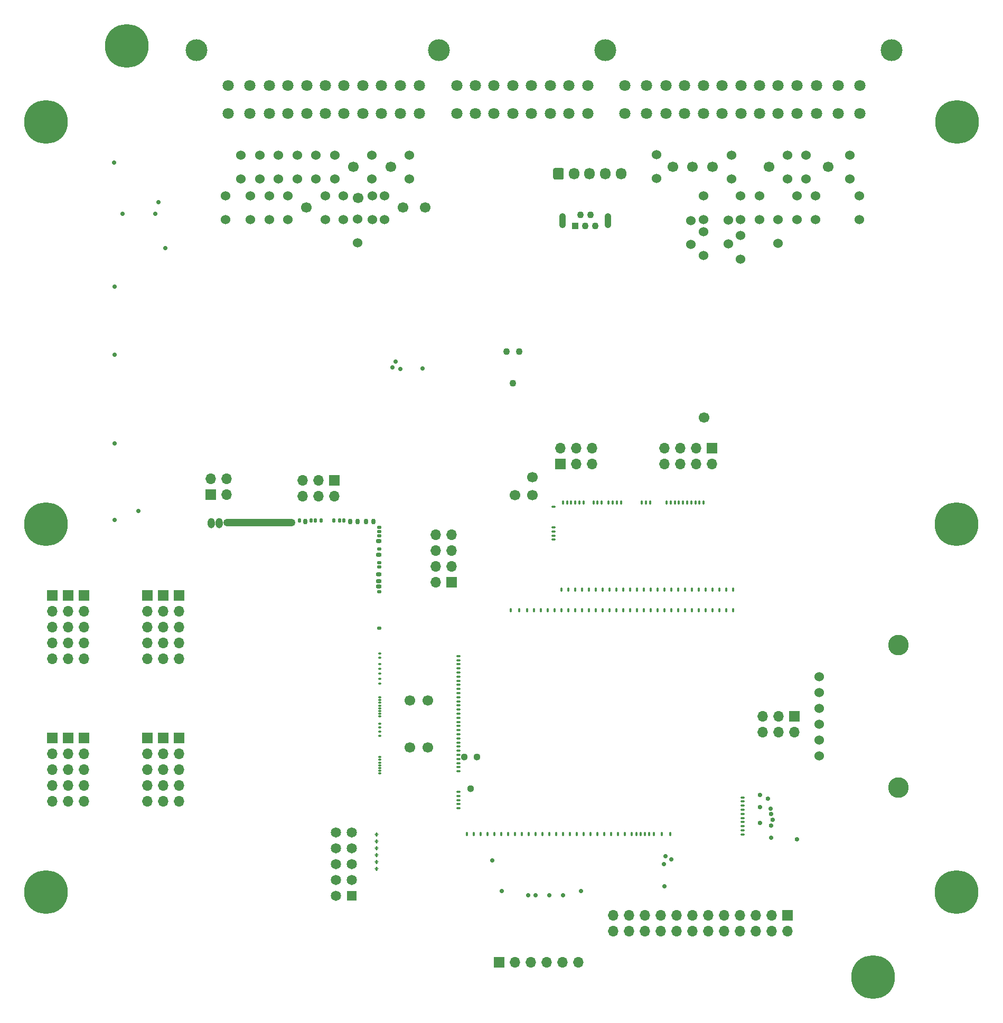
<source format=gbs>
G75*
G70*
%OFA0B0*%
%FSLAX25Y25*%
%IPPOS*%
%LPD*%
%AMOC8*
5,1,8,0,0,1.08239X$1,22.5*
%
%AMM171*
21,1,0.015350,0.009840,-0.000000,-0.000000,180.000000*
21,1,0.000000,0.025200,-0.000000,-0.000000,180.000000*
1,1,0.015350,0.000000,-0.004920*
1,1,0.015350,0.000000,-0.004920*
1,1,0.015350,0.000000,0.004920*
1,1,0.015350,0.000000,0.004920*
%
%AMM172*
21,1,0.015350,0.009840,-0.000000,-0.000000,270.000000*
21,1,0.000000,0.025200,-0.000000,-0.000000,270.000000*
1,1,0.015350,0.004920,0.000000*
1,1,0.015350,0.004920,0.000000*
1,1,0.015350,-0.004920,0.000000*
1,1,0.015350,-0.004920,0.000000*
%
%AMM251*
21,1,0.015350,0.009840,-0.000000,-0.000000,90.000000*
21,1,0.000000,0.025200,-0.000000,-0.000000,90.000000*
1,1,0.015350,-0.004920,0.000000*
1,1,0.015350,-0.004920,0.000000*
1,1,0.015350,0.004920,0.000000*
1,1,0.015350,0.004920,0.000000*
%
%AMM342*
21,1,0.015350,0.009840,-0.000000,0.000000,270.000000*
21,1,0.000000,0.025200,-0.000000,0.000000,270.000000*
1,1,0.015350,0.000000,0.004920*
1,1,0.015350,0.000000,0.004920*
1,1,0.015350,0.000000,-0.004920*
1,1,0.015350,0.000000,-0.004920*
%
%ADD109C,0.04451*%
%ADD125C,0.07087*%
%ADD130O,0.04331X0.09449*%
%ADD140O,0.03937X0.05906*%
%ADD141C,0.02362*%
%ADD147O,0.02913X0.02126*%
%ADD149C,0.13780*%
%ADD156O,0.06693X0.06693*%
%ADD162O,0.03701X0.02913*%
%ADD180O,0.02362X0.03150*%
%ADD182O,0.06693X0.07283*%
%ADD190C,0.04286*%
%ADD199O,0.04488X0.06457*%
%ADD203C,0.13000*%
%ADD225O,0.01575X0.02362*%
%ADD232O,0.45433X0.04882*%
%ADD247C,0.06457*%
%ADD252O,0.03150X0.02362*%
%ADD253O,0.02362X0.01575*%
%ADD264C,0.06000*%
%ADD274C,0.27559*%
%ADD282R,0.06457X0.06457*%
%ADD283R,0.04331X0.04331*%
%ADD289C,0.04331*%
%ADD319O,0.02126X0.01339*%
%ADD32O,0.02913X0.03701*%
%ADD329O,0.01575X0.00787*%
%ADD363M171*%
%ADD364M172*%
%ADD43C,0.06693*%
%ADD453M251*%
%ADD51R,0.06693X0.06693*%
%ADD53O,0.44882X0.04331*%
%ADD559M342*%
%ADD76O,0.02126X0.02913*%
%ADD92C,0.02913*%
X0000000Y0000000D02*
%LPD*%
G01*
D141*
X0297507Y0092873D03*
X0303708Y0073562D03*
X0353724Y0073597D03*
X0320342Y0070924D03*
X0324968Y0070924D03*
X0333531Y0070924D03*
X0342291Y0070924D03*
D51*
X0040000Y0260000D03*
D156*
X0040000Y0250000D03*
X0040000Y0240000D03*
X0040000Y0230000D03*
X0040000Y0220000D03*
D264*
X0203546Y0497618D03*
X0203546Y0512618D03*
D43*
X0256736Y0193720D03*
X0233508Y0530709D03*
D51*
X0197844Y0332732D03*
D156*
X0197844Y0322732D03*
X0187844Y0332732D03*
X0187844Y0322732D03*
X0177844Y0332732D03*
X0177844Y0322732D03*
D264*
X0454374Y0487382D03*
X0454374Y0472382D03*
D51*
X0090000Y0260000D03*
D156*
X0090000Y0250000D03*
X0090000Y0240000D03*
X0090000Y0230000D03*
X0090000Y0220000D03*
D264*
X0144925Y0497618D03*
X0144925Y0512618D03*
D140*
X0120131Y0305660D03*
X0125076Y0305660D03*
D53*
X0150446Y0306152D03*
D225*
X0175840Y0307333D03*
D180*
X0179678Y0306940D03*
D225*
X0183103Y0307333D03*
X0185978Y0307333D03*
X0189500Y0307333D03*
X0197670Y0307333D03*
X0201213Y0307333D03*
X0204009Y0307333D03*
D180*
X0208025Y0306940D03*
X0212651Y0306940D03*
X0217966Y0306940D03*
X0222592Y0306940D03*
D253*
X0226135Y0303277D03*
X0226135Y0300542D03*
X0226135Y0297864D03*
D252*
X0225761Y0294636D03*
D253*
X0226135Y0289498D03*
D252*
X0225761Y0285680D03*
D253*
X0226135Y0280660D03*
X0226135Y0278101D03*
D252*
X0225761Y0273377D03*
X0225761Y0269144D03*
X0225761Y0265699D03*
D253*
X0226135Y0262451D03*
X0226135Y0239420D03*
D329*
X0226548Y0223455D03*
X0226548Y0220857D03*
X0226548Y0216684D03*
X0226548Y0213912D03*
X0226548Y0210762D03*
X0226548Y0207612D03*
X0226548Y0204479D03*
X0226548Y0195837D03*
X0226548Y0194105D03*
X0226548Y0192373D03*
X0226548Y0190640D03*
X0226548Y0188908D03*
X0226548Y0187176D03*
X0226548Y0185444D03*
X0226548Y0183711D03*
X0226548Y0179282D03*
X0226548Y0176684D03*
X0226548Y0174085D03*
X0226548Y0171487D03*
X0226548Y0158081D03*
X0226548Y0156349D03*
X0226548Y0154617D03*
X0226548Y0152885D03*
X0226548Y0151152D03*
X0226548Y0149420D03*
X0226548Y0147688D03*
D264*
X0162642Y0523209D03*
X0162642Y0538209D03*
D43*
X0256736Y0164192D03*
D264*
X0430752Y0497598D03*
X0430752Y0512598D03*
D51*
X0030000Y0260000D03*
D156*
X0030000Y0250000D03*
X0030000Y0240000D03*
X0030000Y0230000D03*
X0030000Y0220000D03*
D51*
X0020000Y0260000D03*
D156*
X0020000Y0250000D03*
X0020000Y0240000D03*
X0020000Y0230000D03*
X0020000Y0220000D03*
D264*
X0422878Y0481654D03*
X0422878Y0496654D03*
X0186264Y0523209D03*
X0186264Y0538209D03*
X0129177Y0497618D03*
X0129177Y0512618D03*
D149*
X0369009Y0604624D03*
X0549519Y0604624D03*
X0110939Y0604624D03*
X0263889Y0604624D03*
D125*
X0130829Y0564464D03*
X0144599Y0564464D03*
X0156809Y0564464D03*
X0168619Y0564464D03*
X0180429Y0564464D03*
X0192239Y0564464D03*
X0204049Y0564464D03*
X0215859Y0564464D03*
X0227669Y0564464D03*
X0239479Y0564464D03*
X0251689Y0564464D03*
X0130829Y0582184D03*
X0144599Y0582184D03*
X0156809Y0582184D03*
X0168619Y0582184D03*
X0180429Y0582184D03*
X0192239Y0582184D03*
X0204049Y0582184D03*
X0215859Y0582184D03*
X0227669Y0582184D03*
X0239479Y0582184D03*
X0251689Y0582184D03*
X0275109Y0564464D03*
X0286919Y0564464D03*
X0298729Y0564464D03*
X0310539Y0564464D03*
X0322359Y0564464D03*
X0334169Y0564464D03*
X0345979Y0564464D03*
X0357789Y0564464D03*
X0275109Y0582184D03*
X0286919Y0582184D03*
X0298729Y0582184D03*
X0310539Y0582184D03*
X0322359Y0582184D03*
X0334169Y0582184D03*
X0345979Y0582184D03*
X0357789Y0582184D03*
X0381199Y0564464D03*
X0394979Y0564464D03*
X0407199Y0564464D03*
X0419009Y0564464D03*
X0430819Y0564464D03*
X0442629Y0564464D03*
X0454439Y0564464D03*
X0466249Y0564464D03*
X0478059Y0564464D03*
X0489869Y0564464D03*
X0502079Y0564464D03*
X0515859Y0564464D03*
X0529639Y0564464D03*
X0381199Y0582184D03*
X0394979Y0582184D03*
X0407199Y0582184D03*
X0419009Y0582184D03*
X0430819Y0582184D03*
X0442629Y0582184D03*
X0454439Y0582184D03*
X0466249Y0582184D03*
X0478059Y0582184D03*
X0489869Y0582184D03*
X0502079Y0582184D03*
X0515859Y0582184D03*
X0529639Y0582184D03*
D43*
X0411460Y0530689D03*
D274*
X0015748Y0559055D03*
D43*
X0509492Y0530689D03*
D51*
X0020000Y0170000D03*
D156*
X0020000Y0160000D03*
X0020000Y0150000D03*
X0020000Y0140000D03*
X0020000Y0130000D03*
D43*
X0311814Y0323626D03*
D264*
X0483901Y0523189D03*
X0483901Y0538189D03*
D283*
X0350003Y0493501D03*
D289*
X0353152Y0500390D03*
X0356302Y0493501D03*
X0359452Y0500390D03*
X0362601Y0493501D03*
D130*
X0370672Y0496946D03*
X0341932Y0496946D03*
D51*
X0100000Y0260000D03*
D156*
X0100000Y0250000D03*
X0100000Y0240000D03*
X0100000Y0230000D03*
X0100000Y0220000D03*
D51*
X0271769Y0268523D03*
D156*
X0261769Y0268523D03*
X0271769Y0278523D03*
X0261769Y0278523D03*
X0271769Y0288523D03*
X0261769Y0288523D03*
X0271769Y0298523D03*
X0261769Y0298523D03*
D51*
X0119990Y0323775D03*
D156*
X0119990Y0333775D03*
X0129990Y0323775D03*
X0129990Y0333775D03*
D264*
X0466185Y0497598D03*
X0466185Y0512598D03*
D141*
X0234478Y0404211D03*
X0236545Y0407656D03*
X0239497Y0403030D03*
X0253474Y0403325D03*
D51*
X0340596Y0343311D03*
D156*
X0340596Y0353311D03*
X0350596Y0343311D03*
X0350596Y0353311D03*
X0360596Y0343311D03*
X0360596Y0353311D03*
D203*
X0553937Y0228681D03*
X0553937Y0138681D03*
D264*
X0503937Y0208681D03*
X0503937Y0198681D03*
X0503937Y0188681D03*
X0503937Y0178681D03*
X0503937Y0168681D03*
X0503937Y0158681D03*
X0495712Y0523189D03*
X0495712Y0538189D03*
D51*
X0436265Y0353311D03*
D156*
X0436265Y0343311D03*
X0426265Y0353311D03*
X0426265Y0343311D03*
X0416265Y0353311D03*
X0416265Y0343311D03*
X0406265Y0353311D03*
X0406265Y0343311D03*
D43*
X0424057Y0530686D03*
D51*
X0301887Y0028366D03*
D156*
X0311887Y0028366D03*
X0321887Y0028366D03*
X0331887Y0028366D03*
X0341887Y0028366D03*
X0351887Y0028366D03*
D51*
X0488305Y0183877D03*
D156*
X0488305Y0173877D03*
X0478305Y0183877D03*
X0478305Y0173877D03*
X0468305Y0183877D03*
X0468305Y0173877D03*
D264*
X0221697Y0523209D03*
X0221697Y0538209D03*
D43*
X0212838Y0511027D03*
D264*
X0139020Y0523209D03*
X0139020Y0538209D03*
D274*
X0015748Y0072835D03*
D51*
X0040000Y0170000D03*
D156*
X0040000Y0160000D03*
X0040000Y0150000D03*
X0040000Y0140000D03*
X0040000Y0130000D03*
G36*
G01*
X0224025Y0109602D02*
X0225009Y0109602D01*
G75*
G02*
X0225501Y0109110I0000000J-000492D01*
G01*
X0225501Y0109110D01*
G75*
G02*
X0225009Y0108618I-000492J0000000D01*
G01*
X0224025Y0108618D01*
G75*
G02*
X0223533Y0109110I0000000J0000492D01*
G01*
X0223533Y0109110D01*
G75*
G02*
X0224025Y0109602I0000492J0000000D01*
G01*
G37*
G36*
G01*
X0224025Y0105271D02*
X0225009Y0105271D01*
G75*
G02*
X0225501Y0104779I0000000J-000492D01*
G01*
X0225501Y0104779D01*
G75*
G02*
X0225009Y0104287I-000492J0000000D01*
G01*
X0224025Y0104287D01*
G75*
G02*
X0223533Y0104779I0000000J0000492D01*
G01*
X0223533Y0104779D01*
G75*
G02*
X0224025Y0105271I0000492J0000000D01*
G01*
G37*
G36*
G01*
X0224025Y0100940D02*
X0225009Y0100940D01*
G75*
G02*
X0225501Y0100448I0000000J-000492D01*
G01*
X0225501Y0100448D01*
G75*
G02*
X0225009Y0099956I-000492J0000000D01*
G01*
X0224025Y0099956D01*
G75*
G02*
X0223533Y0100448I0000000J0000492D01*
G01*
X0223533Y0100448D01*
G75*
G02*
X0224025Y0100940I0000492J0000000D01*
G01*
G37*
G36*
G01*
X0224025Y0096610D02*
X0225009Y0096610D01*
G75*
G02*
X0225501Y0096118I0000000J-000492D01*
G01*
X0225501Y0096118D01*
G75*
G02*
X0225009Y0095626I-000492J0000000D01*
G01*
X0224025Y0095626D01*
G75*
G02*
X0223533Y0096118I0000000J0000492D01*
G01*
X0223533Y0096118D01*
G75*
G02*
X0224025Y0096610I0000492J0000000D01*
G01*
G37*
G36*
G01*
X0224025Y0092279D02*
X0225009Y0092279D01*
G75*
G02*
X0225501Y0091787I0000000J-000492D01*
G01*
X0225501Y0091787D01*
G75*
G02*
X0225009Y0091295I-000492J0000000D01*
G01*
X0224025Y0091295D01*
G75*
G02*
X0223533Y0091787I0000000J0000492D01*
G01*
X0223533Y0091787D01*
G75*
G02*
X0224025Y0092279I0000492J0000000D01*
G01*
G37*
G36*
G01*
X0224025Y0087948D02*
X0225009Y0087948D01*
G75*
G02*
X0225501Y0087456I0000000J-000492D01*
G01*
X0225501Y0087456D01*
G75*
G02*
X0225009Y0086964I-000492J0000000D01*
G01*
X0224025Y0086964D01*
G75*
G02*
X0223533Y0087456I0000000J0000492D01*
G01*
X0223533Y0087456D01*
G75*
G02*
X0224025Y0087948I0000492J0000000D01*
G01*
G37*
D43*
X0322879Y0323626D03*
D274*
X0015748Y0305118D03*
D43*
X0436657Y0530689D03*
G36*
G01*
X0335673Y0295852D02*
X0336657Y0295852D01*
G75*
G02*
X0337149Y0295360I0000000J-000492D01*
G01*
X0337149Y0295360D01*
G75*
G02*
X0336657Y0294868I-000492J0000000D01*
G01*
X0335673Y0294868D01*
G75*
G02*
X0335181Y0295360I0000000J0000492D01*
G01*
X0335181Y0295360D01*
G75*
G02*
X0335673Y0295852I0000492J0000000D01*
G01*
G37*
G36*
G01*
X0335673Y0298451D02*
X0336657Y0298451D01*
G75*
G02*
X0337149Y0297959I0000000J-000492D01*
G01*
X0337149Y0297959D01*
G75*
G02*
X0336657Y0297466I-000492J0000000D01*
G01*
X0335673Y0297466D01*
G75*
G02*
X0335181Y0297959I0000000J0000492D01*
G01*
X0335181Y0297959D01*
G75*
G02*
X0335673Y0298451I0000492J0000000D01*
G01*
G37*
G36*
G01*
X0335673Y0301049D02*
X0336657Y0301049D01*
G75*
G02*
X0337149Y0300557I0000000J-000492D01*
G01*
X0337149Y0300557D01*
G75*
G02*
X0336657Y0300065I-000492J0000000D01*
G01*
X0335673Y0300065D01*
G75*
G02*
X0335181Y0300557I0000000J0000492D01*
G01*
X0335181Y0300557D01*
G75*
G02*
X0335673Y0301049I0000492J0000000D01*
G01*
G37*
G36*
G01*
X0335673Y0303648D02*
X0336657Y0303648D01*
G75*
G02*
X0337149Y0303155I0000000J-000492D01*
G01*
X0337149Y0303155D01*
G75*
G02*
X0336657Y0302663I-000492J0000000D01*
G01*
X0335673Y0302663D01*
G75*
G02*
X0335181Y0303155I0000000J0000492D01*
G01*
X0335181Y0303155D01*
G75*
G02*
X0335673Y0303648I0000492J0000000D01*
G01*
G37*
G36*
G01*
X0335673Y0316640D02*
X0336657Y0316640D01*
G75*
G02*
X0337149Y0316148I0000000J-000492D01*
G01*
X0337149Y0316148D01*
G75*
G02*
X0336657Y0315655I-000492J0000000D01*
G01*
X0335673Y0315655D01*
G75*
G02*
X0335181Y0316148I0000000J0000492D01*
G01*
X0335181Y0316148D01*
G75*
G02*
X0335673Y0316640I0000492J0000000D01*
G01*
G37*
G36*
G01*
X0448941Y0263495D02*
X0448941Y0264479D01*
G75*
G02*
X0449433Y0264971I0000492J0000000D01*
G01*
X0449433Y0264971D01*
G75*
G02*
X0449925Y0264479I0000000J-000492D01*
G01*
X0449925Y0263495D01*
G75*
G02*
X0449433Y0263003I-000492J0000000D01*
G01*
X0449433Y0263003D01*
G75*
G02*
X0448941Y0263495I0000000J0000492D01*
G01*
G37*
G36*
G01*
X0445594Y0264479D02*
X0445594Y0263495D01*
G75*
G02*
X0445102Y0263003I-000492J0000000D01*
G01*
X0445102Y0263003D01*
G75*
G02*
X0444610Y0263495I0000000J0000492D01*
G01*
X0444610Y0264479D01*
G75*
G02*
X0445102Y0264971I0000492J0000000D01*
G01*
X0445102Y0264971D01*
G75*
G02*
X0445594Y0264479I0000000J-000492D01*
G01*
G37*
G36*
G01*
X0441264Y0264479D02*
X0441264Y0263495D01*
G75*
G02*
X0440771Y0263003I-000492J0000000D01*
G01*
X0440771Y0263003D01*
G75*
G02*
X0440279Y0263495I0000000J0000492D01*
G01*
X0440279Y0264479D01*
G75*
G02*
X0440771Y0264971I0000492J0000000D01*
G01*
X0440771Y0264971D01*
G75*
G02*
X0441264Y0264479I0000000J-000492D01*
G01*
G37*
G36*
G01*
X0436933Y0264479D02*
X0436933Y0263495D01*
G75*
G02*
X0436441Y0263003I-000492J0000000D01*
G01*
X0436441Y0263003D01*
G75*
G02*
X0435949Y0263495I0000000J0000492D01*
G01*
X0435949Y0264479D01*
G75*
G02*
X0436441Y0264971I0000492J0000000D01*
G01*
X0436441Y0264971D01*
G75*
G02*
X0436933Y0264479I0000000J-000492D01*
G01*
G37*
G36*
G01*
X0432602Y0264479D02*
X0432602Y0263495D01*
G75*
G02*
X0432110Y0263003I-000492J0000000D01*
G01*
X0432110Y0263003D01*
G75*
G02*
X0431618Y0263495I0000000J0000492D01*
G01*
X0431618Y0264479D01*
G75*
G02*
X0432110Y0264971I0000492J0000000D01*
G01*
X0432110Y0264971D01*
G75*
G02*
X0432602Y0264479I0000000J-000492D01*
G01*
G37*
G36*
G01*
X0428272Y0264479D02*
X0428272Y0263495D01*
G75*
G02*
X0427779Y0263003I-000492J0000000D01*
G01*
X0427779Y0263003D01*
G75*
G02*
X0427287Y0263495I0000000J0000492D01*
G01*
X0427287Y0264479D01*
G75*
G02*
X0427779Y0264971I0000492J0000000D01*
G01*
X0427779Y0264971D01*
G75*
G02*
X0428272Y0264479I0000000J-000492D01*
G01*
G37*
G36*
G01*
X0423941Y0264479D02*
X0423941Y0263495D01*
G75*
G02*
X0423449Y0263003I-000492J0000000D01*
G01*
X0423449Y0263003D01*
G75*
G02*
X0422957Y0263495I0000000J0000492D01*
G01*
X0422957Y0264479D01*
G75*
G02*
X0423449Y0264971I0000492J0000000D01*
G01*
X0423449Y0264971D01*
G75*
G02*
X0423941Y0264479I0000000J-000492D01*
G01*
G37*
G36*
G01*
X0419610Y0264479D02*
X0419610Y0263495D01*
G75*
G02*
X0419118Y0263003I-000492J0000000D01*
G01*
X0419118Y0263003D01*
G75*
G02*
X0418626Y0263495I0000000J0000492D01*
G01*
X0418626Y0264479D01*
G75*
G02*
X0419118Y0264971I0000492J0000000D01*
G01*
X0419118Y0264971D01*
G75*
G02*
X0419610Y0264479I0000000J-000492D01*
G01*
G37*
G36*
G01*
X0415279Y0264479D02*
X0415279Y0263495D01*
G75*
G02*
X0414787Y0263003I-000492J0000000D01*
G01*
X0414787Y0263003D01*
G75*
G02*
X0414295Y0263495I0000000J0000492D01*
G01*
X0414295Y0264479D01*
G75*
G02*
X0414787Y0264971I0000492J0000000D01*
G01*
X0414787Y0264971D01*
G75*
G02*
X0415279Y0264479I0000000J-000492D01*
G01*
G37*
G36*
G01*
X0410949Y0264479D02*
X0410949Y0263495D01*
G75*
G02*
X0410457Y0263003I-000492J0000000D01*
G01*
X0410457Y0263003D01*
G75*
G02*
X0409964Y0263495I0000000J0000492D01*
G01*
X0409964Y0264479D01*
G75*
G02*
X0410457Y0264971I0000492J0000000D01*
G01*
X0410457Y0264971D01*
G75*
G02*
X0410949Y0264479I0000000J-000492D01*
G01*
G37*
G36*
G01*
X0406618Y0264479D02*
X0406618Y0263495D01*
G75*
G02*
X0406126Y0263003I-000492J0000000D01*
G01*
X0406126Y0263003D01*
G75*
G02*
X0405634Y0263495I0000000J0000492D01*
G01*
X0405634Y0264479D01*
G75*
G02*
X0406126Y0264971I0000492J0000000D01*
G01*
X0406126Y0264971D01*
G75*
G02*
X0406618Y0264479I0000000J-000492D01*
G01*
G37*
G36*
G01*
X0402287Y0264479D02*
X0402287Y0263495D01*
G75*
G02*
X0401795Y0263003I-000492J0000000D01*
G01*
X0401795Y0263003D01*
G75*
G02*
X0401303Y0263495I0000000J0000492D01*
G01*
X0401303Y0264479D01*
G75*
G02*
X0401795Y0264971I0000492J0000000D01*
G01*
X0401795Y0264971D01*
G75*
G02*
X0402287Y0264479I0000000J-000492D01*
G01*
G37*
G36*
G01*
X0397957Y0264479D02*
X0397957Y0263495D01*
G75*
G02*
X0397464Y0263003I-000492J0000000D01*
G01*
X0397464Y0263003D01*
G75*
G02*
X0396972Y0263495I0000000J0000492D01*
G01*
X0396972Y0264479D01*
G75*
G02*
X0397464Y0264971I0000492J0000000D01*
G01*
X0397464Y0264971D01*
G75*
G02*
X0397957Y0264479I0000000J-000492D01*
G01*
G37*
G36*
G01*
X0393626Y0264479D02*
X0393626Y0263495D01*
G75*
G02*
X0393134Y0263003I-000492J0000000D01*
G01*
X0393134Y0263003D01*
G75*
G02*
X0392642Y0263495I0000000J0000492D01*
G01*
X0392642Y0264479D01*
G75*
G02*
X0393134Y0264971I0000492J0000000D01*
G01*
X0393134Y0264971D01*
G75*
G02*
X0393626Y0264479I0000000J-000492D01*
G01*
G37*
G36*
G01*
X0389295Y0264479D02*
X0389295Y0263495D01*
G75*
G02*
X0388803Y0263003I-000492J0000000D01*
G01*
X0388803Y0263003D01*
G75*
G02*
X0388311Y0263495I0000000J0000492D01*
G01*
X0388311Y0264479D01*
G75*
G02*
X0388803Y0264971I0000492J0000000D01*
G01*
X0388803Y0264971D01*
G75*
G02*
X0389295Y0264479I0000000J-000492D01*
G01*
G37*
G36*
G01*
X0384965Y0264479D02*
X0384965Y0263495D01*
G75*
G02*
X0384472Y0263003I-000492J0000000D01*
G01*
X0384472Y0263003D01*
G75*
G02*
X0383980Y0263495I0000000J0000492D01*
G01*
X0383980Y0264479D01*
G75*
G02*
X0384472Y0264971I0000492J0000000D01*
G01*
X0384472Y0264971D01*
G75*
G02*
X0384965Y0264479I0000000J-000492D01*
G01*
G37*
G36*
G01*
X0380634Y0264479D02*
X0380634Y0263495D01*
G75*
G02*
X0380142Y0263003I-000492J0000000D01*
G01*
X0380142Y0263003D01*
G75*
G02*
X0379650Y0263495I0000000J0000492D01*
G01*
X0379650Y0264479D01*
G75*
G02*
X0380142Y0264971I0000492J0000000D01*
G01*
X0380142Y0264971D01*
G75*
G02*
X0380634Y0264479I0000000J-000492D01*
G01*
G37*
G36*
G01*
X0376303Y0264479D02*
X0376303Y0263495D01*
G75*
G02*
X0375811Y0263003I-000492J0000000D01*
G01*
X0375811Y0263003D01*
G75*
G02*
X0375319Y0263495I0000000J0000492D01*
G01*
X0375319Y0264479D01*
G75*
G02*
X0375811Y0264971I0000492J0000000D01*
G01*
X0375811Y0264971D01*
G75*
G02*
X0376303Y0264479I0000000J-000492D01*
G01*
G37*
G36*
G01*
X0371972Y0264479D02*
X0371972Y0263495D01*
G75*
G02*
X0371480Y0263003I-000492J0000000D01*
G01*
X0371480Y0263003D01*
G75*
G02*
X0370988Y0263495I0000000J0000492D01*
G01*
X0370988Y0264479D01*
G75*
G02*
X0371480Y0264971I0000492J0000000D01*
G01*
X0371480Y0264971D01*
G75*
G02*
X0371972Y0264479I0000000J-000492D01*
G01*
G37*
G36*
G01*
X0367642Y0264479D02*
X0367642Y0263495D01*
G75*
G02*
X0367150Y0263003I-000492J0000000D01*
G01*
X0367150Y0263003D01*
G75*
G02*
X0366657Y0263495I0000000J0000492D01*
G01*
X0366657Y0264479D01*
G75*
G02*
X0367150Y0264971I0000492J0000000D01*
G01*
X0367150Y0264971D01*
G75*
G02*
X0367642Y0264479I0000000J-000492D01*
G01*
G37*
G36*
G01*
X0363311Y0264479D02*
X0363311Y0263495D01*
G75*
G02*
X0362819Y0263003I-000492J0000000D01*
G01*
X0362819Y0263003D01*
G75*
G02*
X0362327Y0263495I0000000J0000492D01*
G01*
X0362327Y0264479D01*
G75*
G02*
X0362819Y0264971I0000492J0000000D01*
G01*
X0362819Y0264971D01*
G75*
G02*
X0363311Y0264479I0000000J-000492D01*
G01*
G37*
G36*
G01*
X0358980Y0264479D02*
X0358980Y0263495D01*
G75*
G02*
X0358488Y0263003I-000492J0000000D01*
G01*
X0358488Y0263003D01*
G75*
G02*
X0357996Y0263495I0000000J0000492D01*
G01*
X0357996Y0264479D01*
G75*
G02*
X0358488Y0264971I0000492J0000000D01*
G01*
X0358488Y0264971D01*
G75*
G02*
X0358980Y0264479I0000000J-000492D01*
G01*
G37*
G36*
G01*
X0354650Y0264479D02*
X0354650Y0263495D01*
G75*
G02*
X0354157Y0263003I-000492J0000000D01*
G01*
X0354157Y0263003D01*
G75*
G02*
X0353665Y0263495I0000000J0000492D01*
G01*
X0353665Y0264479D01*
G75*
G02*
X0354157Y0264971I0000492J0000000D01*
G01*
X0354157Y0264971D01*
G75*
G02*
X0354650Y0264479I0000000J-000492D01*
G01*
G37*
G36*
G01*
X0350319Y0264479D02*
X0350319Y0263495D01*
G75*
G02*
X0349827Y0263003I-000492J0000000D01*
G01*
X0349827Y0263003D01*
G75*
G02*
X0349335Y0263495I0000000J0000492D01*
G01*
X0349335Y0264479D01*
G75*
G02*
X0349827Y0264971I0000492J0000000D01*
G01*
X0349827Y0264971D01*
G75*
G02*
X0350319Y0264479I0000000J-000492D01*
G01*
G37*
G36*
G01*
X0345988Y0264479D02*
X0345988Y0263495D01*
G75*
G02*
X0345496Y0263003I-000492J0000000D01*
G01*
X0345496Y0263003D01*
G75*
G02*
X0345004Y0263495I0000000J0000492D01*
G01*
X0345004Y0264479D01*
G75*
G02*
X0345496Y0264971I0000492J0000000D01*
G01*
X0345496Y0264971D01*
G75*
G02*
X0345988Y0264479I0000000J-000492D01*
G01*
G37*
G36*
G01*
X0341658Y0264479D02*
X0341658Y0263495D01*
G75*
G02*
X0341165Y0263003I-000492J0000000D01*
G01*
X0341165Y0263003D01*
G75*
G02*
X0340673Y0263495I0000000J0000492D01*
G01*
X0340673Y0264479D01*
G75*
G02*
X0341165Y0264971I0000492J0000000D01*
G01*
X0341165Y0264971D01*
G75*
G02*
X0341658Y0264479I0000000J-000492D01*
G01*
G37*
G36*
G01*
X0342645Y0319448D02*
X0342645Y0318463D01*
G75*
G02*
X0342153Y0317971I-000492J0000000D01*
G01*
X0342153Y0317971D01*
G75*
G02*
X0341661Y0318463I0000000J0000492D01*
G01*
X0341661Y0319448D01*
G75*
G02*
X0342153Y0319940I0000492J0000000D01*
G01*
X0342153Y0319940D01*
G75*
G02*
X0342645Y0319448I0000000J-000492D01*
G01*
G37*
G36*
G01*
X0345244Y0319448D02*
X0345244Y0318463D01*
G75*
G02*
X0344752Y0317971I-000492J0000000D01*
G01*
X0344752Y0317971D01*
G75*
G02*
X0344260Y0318463I0000000J0000492D01*
G01*
X0344260Y0319448D01*
G75*
G02*
X0344752Y0319940I0000492J0000000D01*
G01*
X0344752Y0319940D01*
G75*
G02*
X0345244Y0319448I0000000J-000492D01*
G01*
G37*
G36*
G01*
X0347842Y0319448D02*
X0347842Y0318463D01*
G75*
G02*
X0347350Y0317971I-000492J0000000D01*
G01*
X0347350Y0317971D01*
G75*
G02*
X0346858Y0318463I0000000J0000492D01*
G01*
X0346858Y0319448D01*
G75*
G02*
X0347350Y0319940I0000492J0000000D01*
G01*
X0347350Y0319940D01*
G75*
G02*
X0347842Y0319448I0000000J-000492D01*
G01*
G37*
G36*
G01*
X0350441Y0319448D02*
X0350441Y0318463D01*
G75*
G02*
X0349949Y0317971I-000492J0000000D01*
G01*
X0349949Y0317971D01*
G75*
G02*
X0349457Y0318463I0000000J0000492D01*
G01*
X0349457Y0319448D01*
G75*
G02*
X0349949Y0319940I0000492J0000000D01*
G01*
X0349949Y0319940D01*
G75*
G02*
X0350441Y0319448I0000000J-000492D01*
G01*
G37*
G36*
G01*
X0353039Y0319448D02*
X0353039Y0318463D01*
G75*
G02*
X0352547Y0317971I-000492J0000000D01*
G01*
X0352547Y0317971D01*
G75*
G02*
X0352055Y0318463I0000000J0000492D01*
G01*
X0352055Y0319448D01*
G75*
G02*
X0352547Y0319940I0000492J0000000D01*
G01*
X0352547Y0319940D01*
G75*
G02*
X0353039Y0319448I0000000J-000492D01*
G01*
G37*
G36*
G01*
X0355638Y0319448D02*
X0355638Y0318463D01*
G75*
G02*
X0355146Y0317971I-000492J0000000D01*
G01*
X0355146Y0317971D01*
G75*
G02*
X0354653Y0318463I0000000J0000492D01*
G01*
X0354653Y0319448D01*
G75*
G02*
X0355146Y0319940I0000492J0000000D01*
G01*
X0355146Y0319940D01*
G75*
G02*
X0355638Y0319448I0000000J-000492D01*
G01*
G37*
G36*
G01*
X0361941Y0319448D02*
X0361941Y0318463D01*
G75*
G02*
X0361449Y0317971I-000492J0000000D01*
G01*
X0361449Y0317971D01*
G75*
G02*
X0360957Y0318463I0000000J0000492D01*
G01*
X0360957Y0319448D01*
G75*
G02*
X0361449Y0319940I0000492J0000000D01*
G01*
X0361449Y0319940D01*
G75*
G02*
X0361941Y0319448I0000000J-000492D01*
G01*
G37*
G36*
G01*
X0364539Y0319448D02*
X0364539Y0318463D01*
G75*
G02*
X0364047Y0317971I-000492J0000000D01*
G01*
X0364047Y0317971D01*
G75*
G02*
X0363555Y0318463I0000000J0000492D01*
G01*
X0363555Y0319448D01*
G75*
G02*
X0364047Y0319940I0000492J0000000D01*
G01*
X0364047Y0319940D01*
G75*
G02*
X0364539Y0319448I0000000J-000492D01*
G01*
G37*
G36*
G01*
X0367138Y0319448D02*
X0367138Y0318463D01*
G75*
G02*
X0366646Y0317971I-000492J0000000D01*
G01*
X0366646Y0317971D01*
G75*
G02*
X0366153Y0318463I0000000J0000492D01*
G01*
X0366153Y0319448D01*
G75*
G02*
X0366646Y0319940I0000492J0000000D01*
G01*
X0366646Y0319940D01*
G75*
G02*
X0367138Y0319448I0000000J-000492D01*
G01*
G37*
G36*
G01*
X0371551Y0319448D02*
X0371551Y0318463D01*
G75*
G02*
X0371058Y0317971I-000492J0000000D01*
G01*
X0371058Y0317971D01*
G75*
G02*
X0370566Y0318463I0000000J0000492D01*
G01*
X0370566Y0319448D01*
G75*
G02*
X0371058Y0319940I0000492J0000000D01*
G01*
X0371058Y0319940D01*
G75*
G02*
X0371551Y0319448I0000000J-000492D01*
G01*
G37*
G36*
G01*
X0374149Y0319448D02*
X0374149Y0318463D01*
G75*
G02*
X0373657Y0317971I-000492J0000000D01*
G01*
X0373657Y0317971D01*
G75*
G02*
X0373165Y0318463I0000000J0000492D01*
G01*
X0373165Y0319448D01*
G75*
G02*
X0373657Y0319940I0000492J0000000D01*
G01*
X0373657Y0319940D01*
G75*
G02*
X0374149Y0319448I0000000J-000492D01*
G01*
G37*
G36*
G01*
X0376747Y0319448D02*
X0376747Y0318463D01*
G75*
G02*
X0376255Y0317971I-000492J0000000D01*
G01*
X0376255Y0317971D01*
G75*
G02*
X0375763Y0318463I0000000J0000492D01*
G01*
X0375763Y0319448D01*
G75*
G02*
X0376255Y0319940I0000492J0000000D01*
G01*
X0376255Y0319940D01*
G75*
G02*
X0376747Y0319448I0000000J-000492D01*
G01*
G37*
G36*
G01*
X0379346Y0319448D02*
X0379346Y0318463D01*
G75*
G02*
X0378854Y0317971I-000492J0000000D01*
G01*
X0378854Y0317971D01*
G75*
G02*
X0378362Y0318463I0000000J0000492D01*
G01*
X0378362Y0319448D01*
G75*
G02*
X0378854Y0319940I0000492J0000000D01*
G01*
X0378854Y0319940D01*
G75*
G02*
X0379346Y0319448I0000000J-000492D01*
G01*
G37*
G36*
G01*
X0392441Y0319448D02*
X0392441Y0318463D01*
G75*
G02*
X0391949Y0317971I-000492J0000000D01*
G01*
X0391949Y0317971D01*
G75*
G02*
X0391457Y0318463I0000000J0000492D01*
G01*
X0391457Y0319448D01*
G75*
G02*
X0391949Y0319940I0000492J0000000D01*
G01*
X0391949Y0319940D01*
G75*
G02*
X0392441Y0319448I0000000J-000492D01*
G01*
G37*
G36*
G01*
X0395039Y0319448D02*
X0395039Y0318463D01*
G75*
G02*
X0394547Y0317971I-000492J0000000D01*
G01*
X0394547Y0317971D01*
G75*
G02*
X0394055Y0318463I0000000J0000492D01*
G01*
X0394055Y0319448D01*
G75*
G02*
X0394547Y0319940I0000492J0000000D01*
G01*
X0394547Y0319940D01*
G75*
G02*
X0395039Y0319448I0000000J-000492D01*
G01*
G37*
G36*
G01*
X0397638Y0319448D02*
X0397638Y0318463D01*
G75*
G02*
X0397146Y0317971I-000492J0000000D01*
G01*
X0397146Y0317971D01*
G75*
G02*
X0396653Y0318463I0000000J0000492D01*
G01*
X0396653Y0319448D01*
G75*
G02*
X0397146Y0319940I0000492J0000000D01*
G01*
X0397146Y0319940D01*
G75*
G02*
X0397638Y0319448I0000000J-000492D01*
G01*
G37*
G36*
G01*
X0408055Y0319448D02*
X0408055Y0318463D01*
G75*
G02*
X0407563Y0317971I-000492J0000000D01*
G01*
X0407563Y0317971D01*
G75*
G02*
X0407071Y0318463I0000000J0000492D01*
G01*
X0407071Y0319448D01*
G75*
G02*
X0407563Y0319940I0000492J0000000D01*
G01*
X0407563Y0319940D01*
G75*
G02*
X0408055Y0319448I0000000J-000492D01*
G01*
G37*
G36*
G01*
X0410653Y0319448D02*
X0410653Y0318463D01*
G75*
G02*
X0410161Y0317971I-000492J0000000D01*
G01*
X0410161Y0317971D01*
G75*
G02*
X0409669Y0318463I0000000J0000492D01*
G01*
X0409669Y0319448D01*
G75*
G02*
X0410161Y0319940I0000492J0000000D01*
G01*
X0410161Y0319940D01*
G75*
G02*
X0410653Y0319448I0000000J-000492D01*
G01*
G37*
G36*
G01*
X0413252Y0319448D02*
X0413252Y0318463D01*
G75*
G02*
X0412760Y0317971I-000492J0000000D01*
G01*
X0412760Y0317971D01*
G75*
G02*
X0412268Y0318463I0000000J0000492D01*
G01*
X0412268Y0319448D01*
G75*
G02*
X0412760Y0319940I0000492J0000000D01*
G01*
X0412760Y0319940D01*
G75*
G02*
X0413252Y0319448I0000000J-000492D01*
G01*
G37*
G36*
G01*
X0415850Y0319448D02*
X0415850Y0318463D01*
G75*
G02*
X0415358Y0317971I-000492J0000000D01*
G01*
X0415358Y0317971D01*
G75*
G02*
X0414866Y0318463I0000000J0000492D01*
G01*
X0414866Y0319448D01*
G75*
G02*
X0415358Y0319940I0000492J0000000D01*
G01*
X0415358Y0319940D01*
G75*
G02*
X0415850Y0319448I0000000J-000492D01*
G01*
G37*
G36*
G01*
X0418449Y0319448D02*
X0418449Y0318463D01*
G75*
G02*
X0417957Y0317971I-000492J0000000D01*
G01*
X0417957Y0317971D01*
G75*
G02*
X0417464Y0318463I0000000J0000492D01*
G01*
X0417464Y0319448D01*
G75*
G02*
X0417957Y0319940I0000492J0000000D01*
G01*
X0417957Y0319940D01*
G75*
G02*
X0418449Y0319448I0000000J-000492D01*
G01*
G37*
G36*
G01*
X0421047Y0319448D02*
X0421047Y0318463D01*
G75*
G02*
X0420555Y0317971I-000492J0000000D01*
G01*
X0420555Y0317971D01*
G75*
G02*
X0420063Y0318463I0000000J0000492D01*
G01*
X0420063Y0319448D01*
G75*
G02*
X0420555Y0319940I0000492J0000000D01*
G01*
X0420555Y0319940D01*
G75*
G02*
X0421047Y0319448I0000000J-000492D01*
G01*
G37*
G36*
G01*
X0423645Y0319448D02*
X0423645Y0318463D01*
G75*
G02*
X0423153Y0317971I-000492J0000000D01*
G01*
X0423153Y0317971D01*
G75*
G02*
X0422661Y0318463I0000000J0000492D01*
G01*
X0422661Y0319448D01*
G75*
G02*
X0423153Y0319940I0000492J0000000D01*
G01*
X0423153Y0319940D01*
G75*
G02*
X0423645Y0319448I0000000J-000492D01*
G01*
G37*
G36*
G01*
X0426244Y0319448D02*
X0426244Y0318463D01*
G75*
G02*
X0425752Y0317971I-000492J0000000D01*
G01*
X0425752Y0317971D01*
G75*
G02*
X0425260Y0318463I0000000J0000492D01*
G01*
X0425260Y0319448D01*
G75*
G02*
X0425752Y0319940I0000492J0000000D01*
G01*
X0425752Y0319940D01*
G75*
G02*
X0426244Y0319448I0000000J-000492D01*
G01*
G37*
G36*
G01*
X0428842Y0319448D02*
X0428842Y0318463D01*
G75*
G02*
X0428350Y0317971I-000492J0000000D01*
G01*
X0428350Y0317971D01*
G75*
G02*
X0427858Y0318463I0000000J0000492D01*
G01*
X0427858Y0319448D01*
G75*
G02*
X0428350Y0319940I0000492J0000000D01*
G01*
X0428350Y0319940D01*
G75*
G02*
X0428842Y0319448I0000000J-000492D01*
G01*
G37*
G36*
G01*
X0431441Y0319448D02*
X0431441Y0318463D01*
G75*
G02*
X0430949Y0317971I-000492J0000000D01*
G01*
X0430949Y0317971D01*
G75*
G02*
X0430457Y0318463I0000000J0000492D01*
G01*
X0430457Y0319448D01*
G75*
G02*
X0430949Y0319940I0000492J0000000D01*
G01*
X0430949Y0319940D01*
G75*
G02*
X0431441Y0319448I0000000J-000492D01*
G01*
G37*
D264*
X0150831Y0523209D03*
X0150831Y0538209D03*
X0477953Y0482461D03*
X0477953Y0497461D03*
X0489807Y0497598D03*
X0489807Y0512598D03*
G36*
G01*
X0275747Y0126215D02*
X0276732Y0126215D01*
G75*
G02*
X0277224Y0125722I0000000J-000492D01*
G01*
X0277224Y0125722D01*
G75*
G02*
X0276732Y0125230I-000492J0000000D01*
G01*
X0275747Y0125230D01*
G75*
G02*
X0275255Y0125722I0000000J0000492D01*
G01*
X0275255Y0125722D01*
G75*
G02*
X0275747Y0126215I0000492J0000000D01*
G01*
G37*
G36*
G01*
X0276732Y0127829D02*
X0275747Y0127829D01*
G75*
G02*
X0275255Y0128321I0000000J0000492D01*
G01*
X0275255Y0128321D01*
G75*
G02*
X0275747Y0128813I0000492J0000000D01*
G01*
X0276732Y0128813D01*
G75*
G02*
X0277224Y0128321I0000000J-000492D01*
G01*
X0277224Y0128321D01*
G75*
G02*
X0276732Y0127829I-000492J0000000D01*
G01*
G37*
G36*
G01*
X0276732Y0130427D02*
X0275747Y0130427D01*
G75*
G02*
X0275255Y0130919I0000000J0000492D01*
G01*
X0275255Y0130919D01*
G75*
G02*
X0275747Y0131411I0000492J0000000D01*
G01*
X0276732Y0131411D01*
G75*
G02*
X0277224Y0130919I0000000J-000492D01*
G01*
X0277224Y0130919D01*
G75*
G02*
X0276732Y0130427I-000492J0000000D01*
G01*
G37*
G36*
G01*
X0276732Y0133026D02*
X0275747Y0133026D01*
G75*
G02*
X0275255Y0133518I0000000J0000492D01*
G01*
X0275255Y0133518D01*
G75*
G02*
X0275747Y0134010I0000492J0000000D01*
G01*
X0276732Y0134010D01*
G75*
G02*
X0277224Y0133518I0000000J-000492D01*
G01*
X0277224Y0133518D01*
G75*
G02*
X0276732Y0133026I-000492J0000000D01*
G01*
G37*
G36*
G01*
X0276732Y0135624D02*
X0275747Y0135624D01*
G75*
G02*
X0275255Y0136116I0000000J0000492D01*
G01*
X0275255Y0136116D01*
G75*
G02*
X0275747Y0136608I0000492J0000000D01*
G01*
X0276732Y0136608D01*
G75*
G02*
X0277224Y0136116I0000000J-000492D01*
G01*
X0277224Y0136116D01*
G75*
G02*
X0276732Y0135624I-000492J0000000D01*
G01*
G37*
G36*
G01*
X0276732Y0148616D02*
X0275747Y0148616D01*
G75*
G02*
X0275255Y0149108I0000000J0000492D01*
G01*
X0275255Y0149108D01*
G75*
G02*
X0275747Y0149600I0000492J0000000D01*
G01*
X0276732Y0149600D01*
G75*
G02*
X0277224Y0149108I0000000J-000492D01*
G01*
X0277224Y0149108D01*
G75*
G02*
X0276732Y0148616I-000492J0000000D01*
G01*
G37*
G36*
G01*
X0276732Y0151215D02*
X0275747Y0151215D01*
G75*
G02*
X0275255Y0151707I0000000J0000492D01*
G01*
X0275255Y0151707D01*
G75*
G02*
X0275747Y0152199I0000492J0000000D01*
G01*
X0276732Y0152199D01*
G75*
G02*
X0277224Y0151707I0000000J-000492D01*
G01*
X0277224Y0151707D01*
G75*
G02*
X0276732Y0151215I-000492J0000000D01*
G01*
G37*
G36*
G01*
X0276732Y0153813D02*
X0275747Y0153813D01*
G75*
G02*
X0275255Y0154305I0000000J0000492D01*
G01*
X0275255Y0154305D01*
G75*
G02*
X0275747Y0154797I0000492J0000000D01*
G01*
X0276732Y0154797D01*
G75*
G02*
X0277224Y0154305I0000000J-000492D01*
G01*
X0277224Y0154305D01*
G75*
G02*
X0276732Y0153813I-000492J0000000D01*
G01*
G37*
G36*
G01*
X0276732Y0156411D02*
X0275747Y0156411D01*
G75*
G02*
X0275255Y0156904I0000000J0000492D01*
G01*
X0275255Y0156904D01*
G75*
G02*
X0275747Y0157396I0000492J0000000D01*
G01*
X0276732Y0157396D01*
G75*
G02*
X0277224Y0156904I0000000J-000492D01*
G01*
X0277224Y0156904D01*
G75*
G02*
X0276732Y0156411I-000492J0000000D01*
G01*
G37*
G36*
G01*
X0276732Y0159010D02*
X0275747Y0159010D01*
G75*
G02*
X0275255Y0159502I0000000J0000492D01*
G01*
X0275255Y0159502D01*
G75*
G02*
X0275747Y0159994I0000492J0000000D01*
G01*
X0276732Y0159994D01*
G75*
G02*
X0277224Y0159502I0000000J-000492D01*
G01*
X0277224Y0159502D01*
G75*
G02*
X0276732Y0159010I-000492J0000000D01*
G01*
G37*
G36*
G01*
X0276732Y0161608D02*
X0275747Y0161608D01*
G75*
G02*
X0275255Y0162100I0000000J0000492D01*
G01*
X0275255Y0162100D01*
G75*
G02*
X0275747Y0162593I0000492J0000000D01*
G01*
X0276732Y0162593D01*
G75*
G02*
X0277224Y0162100I0000000J-000492D01*
G01*
X0277224Y0162100D01*
G75*
G02*
X0276732Y0161608I-000492J0000000D01*
G01*
G37*
G36*
G01*
X0276732Y0164207D02*
X0275747Y0164207D01*
G75*
G02*
X0275255Y0164699I0000000J0000492D01*
G01*
X0275255Y0164699D01*
G75*
G02*
X0275747Y0165191I0000492J0000000D01*
G01*
X0276732Y0165191D01*
G75*
G02*
X0277224Y0164699I0000000J-000492D01*
G01*
X0277224Y0164699D01*
G75*
G02*
X0276732Y0164207I-000492J0000000D01*
G01*
G37*
G36*
G01*
X0276732Y0166805D02*
X0275747Y0166805D01*
G75*
G02*
X0275255Y0167297I0000000J0000492D01*
G01*
X0275255Y0167297D01*
G75*
G02*
X0275747Y0167789I0000492J0000000D01*
G01*
X0276732Y0167789D01*
G75*
G02*
X0277224Y0167297I0000000J-000492D01*
G01*
X0277224Y0167297D01*
G75*
G02*
X0276732Y0166805I-000492J0000000D01*
G01*
G37*
G36*
G01*
X0276732Y0169404D02*
X0275747Y0169404D01*
G75*
G02*
X0275255Y0169896I0000000J0000492D01*
G01*
X0275255Y0169896D01*
G75*
G02*
X0275747Y0170388I0000492J0000000D01*
G01*
X0276732Y0170388D01*
G75*
G02*
X0277224Y0169896I0000000J-000492D01*
G01*
X0277224Y0169896D01*
G75*
G02*
X0276732Y0169404I-000492J0000000D01*
G01*
G37*
G36*
G01*
X0276732Y0172002D02*
X0275747Y0172002D01*
G75*
G02*
X0275255Y0172494I0000000J0000492D01*
G01*
X0275255Y0172494D01*
G75*
G02*
X0275747Y0172986I0000492J0000000D01*
G01*
X0276732Y0172986D01*
G75*
G02*
X0277224Y0172494I0000000J-000492D01*
G01*
X0277224Y0172494D01*
G75*
G02*
X0276732Y0172002I-000492J0000000D01*
G01*
G37*
G36*
G01*
X0276732Y0174600D02*
X0275747Y0174600D01*
G75*
G02*
X0275255Y0175093I0000000J0000492D01*
G01*
X0275255Y0175093D01*
G75*
G02*
X0275747Y0175585I0000492J0000000D01*
G01*
X0276732Y0175585D01*
G75*
G02*
X0277224Y0175093I0000000J-000492D01*
G01*
X0277224Y0175093D01*
G75*
G02*
X0276732Y0174600I-000492J0000000D01*
G01*
G37*
G36*
G01*
X0276732Y0177199D02*
X0275747Y0177199D01*
G75*
G02*
X0275255Y0177691I0000000J0000492D01*
G01*
X0275255Y0177691D01*
G75*
G02*
X0275747Y0178183I0000492J0000000D01*
G01*
X0276732Y0178183D01*
G75*
G02*
X0277224Y0177691I0000000J-000492D01*
G01*
X0277224Y0177691D01*
G75*
G02*
X0276732Y0177199I-000492J0000000D01*
G01*
G37*
G36*
G01*
X0276732Y0179797D02*
X0275747Y0179797D01*
G75*
G02*
X0275255Y0180289I0000000J0000492D01*
G01*
X0275255Y0180289D01*
G75*
G02*
X0275747Y0180782I0000492J0000000D01*
G01*
X0276732Y0180782D01*
G75*
G02*
X0277224Y0180289I0000000J-000492D01*
G01*
X0277224Y0180289D01*
G75*
G02*
X0276732Y0179797I-000492J0000000D01*
G01*
G37*
G36*
G01*
X0276732Y0182396D02*
X0275747Y0182396D01*
G75*
G02*
X0275255Y0182888I0000000J0000492D01*
G01*
X0275255Y0182888D01*
G75*
G02*
X0275747Y0183380I0000492J0000000D01*
G01*
X0276732Y0183380D01*
G75*
G02*
X0277224Y0182888I0000000J-000492D01*
G01*
X0277224Y0182888D01*
G75*
G02*
X0276732Y0182396I-000492J0000000D01*
G01*
G37*
G36*
G01*
X0276732Y0184994D02*
X0275747Y0184994D01*
G75*
G02*
X0275255Y0185486I0000000J0000492D01*
G01*
X0275255Y0185486D01*
G75*
G02*
X0275747Y0185978I0000492J0000000D01*
G01*
X0276732Y0185978D01*
G75*
G02*
X0277224Y0185486I0000000J-000492D01*
G01*
X0277224Y0185486D01*
G75*
G02*
X0276732Y0184994I-000492J0000000D01*
G01*
G37*
G36*
G01*
X0276732Y0187593D02*
X0275747Y0187593D01*
G75*
G02*
X0275255Y0188085I0000000J0000492D01*
G01*
X0275255Y0188085D01*
G75*
G02*
X0275747Y0188577I0000492J0000000D01*
G01*
X0276732Y0188577D01*
G75*
G02*
X0277224Y0188085I0000000J-000492D01*
G01*
X0277224Y0188085D01*
G75*
G02*
X0276732Y0187593I-000492J0000000D01*
G01*
G37*
G36*
G01*
X0276732Y0190191D02*
X0275747Y0190191D01*
G75*
G02*
X0275255Y0190683I0000000J0000492D01*
G01*
X0275255Y0190683D01*
G75*
G02*
X0275747Y0191175I0000492J0000000D01*
G01*
X0276732Y0191175D01*
G75*
G02*
X0277224Y0190683I0000000J-000492D01*
G01*
X0277224Y0190683D01*
G75*
G02*
X0276732Y0190191I-000492J0000000D01*
G01*
G37*
G36*
G01*
X0276732Y0192789D02*
X0275747Y0192789D01*
G75*
G02*
X0275255Y0193282I0000000J0000492D01*
G01*
X0275255Y0193282D01*
G75*
G02*
X0275747Y0193774I0000492J0000000D01*
G01*
X0276732Y0193774D01*
G75*
G02*
X0277224Y0193282I0000000J-000492D01*
G01*
X0277224Y0193282D01*
G75*
G02*
X0276732Y0192789I-000492J0000000D01*
G01*
G37*
G36*
G01*
X0276732Y0195388D02*
X0275747Y0195388D01*
G75*
G02*
X0275255Y0195880I0000000J0000492D01*
G01*
X0275255Y0195880D01*
G75*
G02*
X0275747Y0196372I0000492J0000000D01*
G01*
X0276732Y0196372D01*
G75*
G02*
X0277224Y0195880I0000000J-000492D01*
G01*
X0277224Y0195880D01*
G75*
G02*
X0276732Y0195388I-000492J0000000D01*
G01*
G37*
G36*
G01*
X0276732Y0197986D02*
X0275747Y0197986D01*
G75*
G02*
X0275255Y0198478I0000000J0000492D01*
G01*
X0275255Y0198478D01*
G75*
G02*
X0275747Y0198971I0000492J0000000D01*
G01*
X0276732Y0198971D01*
G75*
G02*
X0277224Y0198478I0000000J-000492D01*
G01*
X0277224Y0198478D01*
G75*
G02*
X0276732Y0197986I-000492J0000000D01*
G01*
G37*
G36*
G01*
X0276732Y0200585D02*
X0275747Y0200585D01*
G75*
G02*
X0275255Y0201077I0000000J0000492D01*
G01*
X0275255Y0201077D01*
G75*
G02*
X0275747Y0201569I0000492J0000000D01*
G01*
X0276732Y0201569D01*
G75*
G02*
X0277224Y0201077I0000000J-000492D01*
G01*
X0277224Y0201077D01*
G75*
G02*
X0276732Y0200585I-000492J0000000D01*
G01*
G37*
G36*
G01*
X0276732Y0203183D02*
X0275747Y0203183D01*
G75*
G02*
X0275255Y0203675I0000000J0000492D01*
G01*
X0275255Y0203675D01*
G75*
G02*
X0275747Y0204167I0000492J0000000D01*
G01*
X0276732Y0204167D01*
G75*
G02*
X0277224Y0203675I0000000J-000492D01*
G01*
X0277224Y0203675D01*
G75*
G02*
X0276732Y0203183I-000492J0000000D01*
G01*
G37*
G36*
G01*
X0276732Y0205782D02*
X0275747Y0205782D01*
G75*
G02*
X0275255Y0206274I0000000J0000492D01*
G01*
X0275255Y0206274D01*
G75*
G02*
X0275747Y0206766I0000492J0000000D01*
G01*
X0276732Y0206766D01*
G75*
G02*
X0277224Y0206274I0000000J-000492D01*
G01*
X0277224Y0206274D01*
G75*
G02*
X0276732Y0205782I-000492J0000000D01*
G01*
G37*
G36*
G01*
X0276732Y0208380D02*
X0275747Y0208380D01*
G75*
G02*
X0275255Y0208872I0000000J0000492D01*
G01*
X0275255Y0208872D01*
G75*
G02*
X0275747Y0209364I0000492J0000000D01*
G01*
X0276732Y0209364D01*
G75*
G02*
X0277224Y0208872I0000000J-000492D01*
G01*
X0277224Y0208872D01*
G75*
G02*
X0276732Y0208380I-000492J0000000D01*
G01*
G37*
G36*
G01*
X0276732Y0210978D02*
X0275747Y0210978D01*
G75*
G02*
X0275255Y0211471I0000000J0000492D01*
G01*
X0275255Y0211471D01*
G75*
G02*
X0275747Y0211963I0000492J0000000D01*
G01*
X0276732Y0211963D01*
G75*
G02*
X0277224Y0211471I0000000J-000492D01*
G01*
X0277224Y0211471D01*
G75*
G02*
X0276732Y0210978I-000492J0000000D01*
G01*
G37*
G36*
G01*
X0276732Y0213577D02*
X0275747Y0213577D01*
G75*
G02*
X0275255Y0214069I0000000J0000492D01*
G01*
X0275255Y0214069D01*
G75*
G02*
X0275747Y0214561I0000492J0000000D01*
G01*
X0276732Y0214561D01*
G75*
G02*
X0277224Y0214069I0000000J-000492D01*
G01*
X0277224Y0214069D01*
G75*
G02*
X0276732Y0213577I-000492J0000000D01*
G01*
G37*
G36*
G01*
X0276732Y0216175D02*
X0275747Y0216175D01*
G75*
G02*
X0275255Y0216667I0000000J0000492D01*
G01*
X0275255Y0216667D01*
G75*
G02*
X0275747Y0217159I0000492J0000000D01*
G01*
X0276732Y0217159D01*
G75*
G02*
X0277224Y0216667I0000000J-000492D01*
G01*
X0277224Y0216667D01*
G75*
G02*
X0276732Y0216175I-000492J0000000D01*
G01*
G37*
G36*
G01*
X0276732Y0218774D02*
X0275747Y0218774D01*
G75*
G02*
X0275255Y0219266I0000000J0000492D01*
G01*
X0275255Y0219266D01*
G75*
G02*
X0275747Y0219758I0000492J0000000D01*
G01*
X0276732Y0219758D01*
G75*
G02*
X0277224Y0219266I0000000J-000492D01*
G01*
X0277224Y0219266D01*
G75*
G02*
X0276732Y0218774I-000492J0000000D01*
G01*
G37*
G36*
G01*
X0276732Y0221372D02*
X0275747Y0221372D01*
G75*
G02*
X0275255Y0221864I0000000J0000492D01*
G01*
X0275255Y0221864D01*
G75*
G02*
X0275747Y0222356I0000492J0000000D01*
G01*
X0276732Y0222356D01*
G75*
G02*
X0277224Y0221864I0000000J-000492D01*
G01*
X0277224Y0221864D01*
G75*
G02*
X0276732Y0221372I-000492J0000000D01*
G01*
G37*
G36*
G01*
X0409397Y0108982D02*
X0409397Y0109967D01*
G75*
G02*
X0409889Y0110459I0000492J0000000D01*
G01*
X0409889Y0110459D01*
G75*
G02*
X0410381Y0109967I0000000J-000492D01*
G01*
X0410381Y0108982D01*
G75*
G02*
X0409889Y0108490I-000492J0000000D01*
G01*
X0409889Y0108490D01*
G75*
G02*
X0409397Y0108982I0000000J0000492D01*
G01*
G37*
G36*
G01*
X0405184Y0109967D02*
X0405184Y0108982D01*
G75*
G02*
X0404692Y0108490I-000492J0000000D01*
G01*
X0404692Y0108490D01*
G75*
G02*
X0404200Y0108982I0000000J0000492D01*
G01*
X0404200Y0109967D01*
G75*
G02*
X0404692Y0110459I0000492J0000000D01*
G01*
X0404692Y0110459D01*
G75*
G02*
X0405184Y0109967I0000000J-000492D01*
G01*
G37*
G36*
G01*
X0399988Y0109967D02*
X0399988Y0108982D01*
G75*
G02*
X0399495Y0108490I-000492J0000000D01*
G01*
X0399495Y0108490D01*
G75*
G02*
X0399003Y0108982I0000000J0000492D01*
G01*
X0399003Y0109967D01*
G75*
G02*
X0399495Y0110459I0000492J0000000D01*
G01*
X0399495Y0110459D01*
G75*
G02*
X0399988Y0109967I0000000J-000492D01*
G01*
G37*
G36*
G01*
X0396996Y0109967D02*
X0396996Y0108982D01*
G75*
G02*
X0396503Y0108490I-000492J0000000D01*
G01*
X0396503Y0108490D01*
G75*
G02*
X0396011Y0108982I0000000J0000492D01*
G01*
X0396011Y0109967D01*
G75*
G02*
X0396503Y0110459I0000492J0000000D01*
G01*
X0396503Y0110459D01*
G75*
G02*
X0396996Y0109967I0000000J-000492D01*
G01*
G37*
G36*
G01*
X0394377Y0109967D02*
X0394377Y0108982D01*
G75*
G02*
X0393885Y0108490I-000492J0000000D01*
G01*
X0393885Y0108490D01*
G75*
G02*
X0393393Y0108982I0000000J0000492D01*
G01*
X0393393Y0109967D01*
G75*
G02*
X0393885Y0110459I0000492J0000000D01*
G01*
X0393885Y0110459D01*
G75*
G02*
X0394377Y0109967I0000000J-000492D01*
G01*
G37*
G36*
G01*
X0391759Y0109967D02*
X0391759Y0108982D01*
G75*
G02*
X0391267Y0108490I-000492J0000000D01*
G01*
X0391267Y0108490D01*
G75*
G02*
X0390775Y0108982I0000000J0000492D01*
G01*
X0390775Y0109967D01*
G75*
G02*
X0391267Y0110459I0000492J0000000D01*
G01*
X0391267Y0110459D01*
G75*
G02*
X0391759Y0109967I0000000J-000492D01*
G01*
G37*
G36*
G01*
X0389141Y0109967D02*
X0389141Y0108982D01*
G75*
G02*
X0388649Y0108490I-000492J0000000D01*
G01*
X0388649Y0108490D01*
G75*
G02*
X0388157Y0108982I0000000J0000492D01*
G01*
X0388157Y0109967D01*
G75*
G02*
X0388649Y0110459I0000492J0000000D01*
G01*
X0388649Y0110459D01*
G75*
G02*
X0389141Y0109967I0000000J-000492D01*
G01*
G37*
G36*
G01*
X0386090Y0109967D02*
X0386090Y0108982D01*
G75*
G02*
X0385598Y0108490I-000492J0000000D01*
G01*
X0385598Y0108490D01*
G75*
G02*
X0385106Y0108982I0000000J0000492D01*
G01*
X0385106Y0109967D01*
G75*
G02*
X0385598Y0110459I0000492J0000000D01*
G01*
X0385598Y0110459D01*
G75*
G02*
X0386090Y0109967I0000000J-000492D01*
G01*
G37*
G36*
G01*
X0381759Y0109967D02*
X0381759Y0108982D01*
G75*
G02*
X0381267Y0108490I-000492J0000000D01*
G01*
X0381267Y0108490D01*
G75*
G02*
X0380775Y0108982I0000000J0000492D01*
G01*
X0380775Y0109967D01*
G75*
G02*
X0381267Y0110459I0000492J0000000D01*
G01*
X0381267Y0110459D01*
G75*
G02*
X0381759Y0109967I0000000J-000492D01*
G01*
G37*
G36*
G01*
X0377429Y0109967D02*
X0377429Y0108982D01*
G75*
G02*
X0376936Y0108490I-000492J0000000D01*
G01*
X0376936Y0108490D01*
G75*
G02*
X0376444Y0108982I0000000J0000492D01*
G01*
X0376444Y0109967D01*
G75*
G02*
X0376936Y0110459I0000492J0000000D01*
G01*
X0376936Y0110459D01*
G75*
G02*
X0377429Y0109967I0000000J-000492D01*
G01*
G37*
G36*
G01*
X0373098Y0109967D02*
X0373098Y0108982D01*
G75*
G02*
X0372606Y0108490I-000492J0000000D01*
G01*
X0372606Y0108490D01*
G75*
G02*
X0372114Y0108982I0000000J0000492D01*
G01*
X0372114Y0109967D01*
G75*
G02*
X0372606Y0110459I0000492J0000000D01*
G01*
X0372606Y0110459D01*
G75*
G02*
X0373098Y0109967I0000000J-000492D01*
G01*
G37*
G36*
G01*
X0368767Y0109967D02*
X0368767Y0108982D01*
G75*
G02*
X0368275Y0108490I-000492J0000000D01*
G01*
X0368275Y0108490D01*
G75*
G02*
X0367783Y0108982I0000000J0000492D01*
G01*
X0367783Y0109967D01*
G75*
G02*
X0368275Y0110459I0000492J0000000D01*
G01*
X0368275Y0110459D01*
G75*
G02*
X0368767Y0109967I0000000J-000492D01*
G01*
G37*
G36*
G01*
X0364437Y0109967D02*
X0364437Y0108982D01*
G75*
G02*
X0363944Y0108490I-000492J0000000D01*
G01*
X0363944Y0108490D01*
G75*
G02*
X0363452Y0108982I0000000J0000492D01*
G01*
X0363452Y0109967D01*
G75*
G02*
X0363944Y0110459I0000492J0000000D01*
G01*
X0363944Y0110459D01*
G75*
G02*
X0364437Y0109967I0000000J-000492D01*
G01*
G37*
G36*
G01*
X0360106Y0109967D02*
X0360106Y0108982D01*
G75*
G02*
X0359614Y0108490I-000492J0000000D01*
G01*
X0359614Y0108490D01*
G75*
G02*
X0359122Y0108982I0000000J0000492D01*
G01*
X0359122Y0109967D01*
G75*
G02*
X0359614Y0110459I0000492J0000000D01*
G01*
X0359614Y0110459D01*
G75*
G02*
X0360106Y0109967I0000000J-000492D01*
G01*
G37*
G36*
G01*
X0355775Y0109967D02*
X0355775Y0108982D01*
G75*
G02*
X0355283Y0108490I-000492J0000000D01*
G01*
X0355283Y0108490D01*
G75*
G02*
X0354791Y0108982I0000000J0000492D01*
G01*
X0354791Y0109967D01*
G75*
G02*
X0355283Y0110459I0000492J0000000D01*
G01*
X0355283Y0110459D01*
G75*
G02*
X0355775Y0109967I0000000J-000492D01*
G01*
G37*
G36*
G01*
X0351444Y0109967D02*
X0351444Y0108982D01*
G75*
G02*
X0350952Y0108490I-000492J0000000D01*
G01*
X0350952Y0108490D01*
G75*
G02*
X0350460Y0108982I0000000J0000492D01*
G01*
X0350460Y0109967D01*
G75*
G02*
X0350952Y0110459I0000492J0000000D01*
G01*
X0350952Y0110459D01*
G75*
G02*
X0351444Y0109967I0000000J-000492D01*
G01*
G37*
G36*
G01*
X0347114Y0109967D02*
X0347114Y0108982D01*
G75*
G02*
X0346622Y0108490I-000492J0000000D01*
G01*
X0346622Y0108490D01*
G75*
G02*
X0346129Y0108982I0000000J0000492D01*
G01*
X0346129Y0109967D01*
G75*
G02*
X0346622Y0110459I0000492J0000000D01*
G01*
X0346622Y0110459D01*
G75*
G02*
X0347114Y0109967I0000000J-000492D01*
G01*
G37*
G36*
G01*
X0342783Y0109967D02*
X0342783Y0108982D01*
G75*
G02*
X0342291Y0108490I-000492J0000000D01*
G01*
X0342291Y0108490D01*
G75*
G02*
X0341799Y0108982I0000000J0000492D01*
G01*
X0341799Y0109967D01*
G75*
G02*
X0342291Y0110459I0000492J0000000D01*
G01*
X0342291Y0110459D01*
G75*
G02*
X0342783Y0109967I0000000J-000492D01*
G01*
G37*
G36*
G01*
X0338452Y0109967D02*
X0338452Y0108982D01*
G75*
G02*
X0337960Y0108490I-000492J0000000D01*
G01*
X0337960Y0108490D01*
G75*
G02*
X0337468Y0108982I0000000J0000492D01*
G01*
X0337468Y0109967D01*
G75*
G02*
X0337960Y0110459I0000492J0000000D01*
G01*
X0337960Y0110459D01*
G75*
G02*
X0338452Y0109967I0000000J-000492D01*
G01*
G37*
G36*
G01*
X0334122Y0109967D02*
X0334122Y0108982D01*
G75*
G02*
X0333629Y0108490I-000492J0000000D01*
G01*
X0333629Y0108490D01*
G75*
G02*
X0333137Y0108982I0000000J0000492D01*
G01*
X0333137Y0109967D01*
G75*
G02*
X0333629Y0110459I0000492J0000000D01*
G01*
X0333629Y0110459D01*
G75*
G02*
X0334122Y0109967I0000000J-000492D01*
G01*
G37*
G36*
G01*
X0329791Y0109967D02*
X0329791Y0108982D01*
G75*
G02*
X0329299Y0108490I-000492J0000000D01*
G01*
X0329299Y0108490D01*
G75*
G02*
X0328807Y0108982I0000000J0000492D01*
G01*
X0328807Y0109967D01*
G75*
G02*
X0329299Y0110459I0000492J0000000D01*
G01*
X0329299Y0110459D01*
G75*
G02*
X0329791Y0109967I0000000J-000492D01*
G01*
G37*
G36*
G01*
X0325460Y0109967D02*
X0325460Y0108982D01*
G75*
G02*
X0324968Y0108490I-000492J0000000D01*
G01*
X0324968Y0108490D01*
G75*
G02*
X0324476Y0108982I0000000J0000492D01*
G01*
X0324476Y0109967D01*
G75*
G02*
X0324968Y0110459I0000492J0000000D01*
G01*
X0324968Y0110459D01*
G75*
G02*
X0325460Y0109967I0000000J-000492D01*
G01*
G37*
G36*
G01*
X0321130Y0109967D02*
X0321130Y0108982D01*
G75*
G02*
X0320637Y0108490I-000492J0000000D01*
G01*
X0320637Y0108490D01*
G75*
G02*
X0320145Y0108982I0000000J0000492D01*
G01*
X0320145Y0109967D01*
G75*
G02*
X0320637Y0110459I0000492J0000000D01*
G01*
X0320637Y0110459D01*
G75*
G02*
X0321130Y0109967I0000000J-000492D01*
G01*
G37*
G36*
G01*
X0316799Y0109967D02*
X0316799Y0108982D01*
G75*
G02*
X0316307Y0108490I-000492J0000000D01*
G01*
X0316307Y0108490D01*
G75*
G02*
X0315815Y0108982I0000000J0000492D01*
G01*
X0315815Y0109967D01*
G75*
G02*
X0316307Y0110459I0000492J0000000D01*
G01*
X0316307Y0110459D01*
G75*
G02*
X0316799Y0109967I0000000J-000492D01*
G01*
G37*
G36*
G01*
X0312468Y0109967D02*
X0312468Y0108982D01*
G75*
G02*
X0311976Y0108490I-000492J0000000D01*
G01*
X0311976Y0108490D01*
G75*
G02*
X0311484Y0108982I0000000J0000492D01*
G01*
X0311484Y0109967D01*
G75*
G02*
X0311976Y0110459I0000492J0000000D01*
G01*
X0311976Y0110459D01*
G75*
G02*
X0312468Y0109967I0000000J-000492D01*
G01*
G37*
G36*
G01*
X0308137Y0109967D02*
X0308137Y0108982D01*
G75*
G02*
X0307645Y0108490I-000492J0000000D01*
G01*
X0307645Y0108490D01*
G75*
G02*
X0307153Y0108982I0000000J0000492D01*
G01*
X0307153Y0109967D01*
G75*
G02*
X0307645Y0110459I0000492J0000000D01*
G01*
X0307645Y0110459D01*
G75*
G02*
X0308137Y0109967I0000000J-000492D01*
G01*
G37*
G36*
G01*
X0303807Y0109967D02*
X0303807Y0108982D01*
G75*
G02*
X0303315Y0108490I-000492J0000000D01*
G01*
X0303315Y0108490D01*
G75*
G02*
X0302822Y0108982I0000000J0000492D01*
G01*
X0302822Y0109967D01*
G75*
G02*
X0303315Y0110459I0000492J0000000D01*
G01*
X0303315Y0110459D01*
G75*
G02*
X0303807Y0109967I0000000J-000492D01*
G01*
G37*
G36*
G01*
X0299476Y0109967D02*
X0299476Y0108982D01*
G75*
G02*
X0298984Y0108490I-000492J0000000D01*
G01*
X0298984Y0108490D01*
G75*
G02*
X0298492Y0108982I0000000J0000492D01*
G01*
X0298492Y0109967D01*
G75*
G02*
X0298984Y0110459I0000492J0000000D01*
G01*
X0298984Y0110459D01*
G75*
G02*
X0299476Y0109967I0000000J-000492D01*
G01*
G37*
G36*
G01*
X0295145Y0109967D02*
X0295145Y0108982D01*
G75*
G02*
X0294653Y0108490I-000492J0000000D01*
G01*
X0294653Y0108490D01*
G75*
G02*
X0294161Y0108982I0000000J0000492D01*
G01*
X0294161Y0109967D01*
G75*
G02*
X0294653Y0110459I0000492J0000000D01*
G01*
X0294653Y0110459D01*
G75*
G02*
X0295145Y0109967I0000000J-000492D01*
G01*
G37*
G36*
G01*
X0290815Y0109967D02*
X0290815Y0108982D01*
G75*
G02*
X0290322Y0108490I-000492J0000000D01*
G01*
X0290322Y0108490D01*
G75*
G02*
X0289830Y0108982I0000000J0000492D01*
G01*
X0289830Y0109967D01*
G75*
G02*
X0290322Y0110459I0000492J0000000D01*
G01*
X0290322Y0110459D01*
G75*
G02*
X0290815Y0109967I0000000J-000492D01*
G01*
G37*
G36*
G01*
X0286484Y0109967D02*
X0286484Y0108982D01*
G75*
G02*
X0285992Y0108490I-000492J0000000D01*
G01*
X0285992Y0108490D01*
G75*
G02*
X0285500Y0108982I0000000J0000492D01*
G01*
X0285500Y0109967D01*
G75*
G02*
X0285992Y0110459I0000492J0000000D01*
G01*
X0285992Y0110459D01*
G75*
G02*
X0286484Y0109967I0000000J-000492D01*
G01*
G37*
G36*
G01*
X0282153Y0109967D02*
X0282153Y0108982D01*
G75*
G02*
X0281661Y0108490I-000492J0000000D01*
G01*
X0281661Y0108490D01*
G75*
G02*
X0281169Y0108982I0000000J0000492D01*
G01*
X0281169Y0109967D01*
G75*
G02*
X0281661Y0110459I0000492J0000000D01*
G01*
X0281661Y0110459D01*
G75*
G02*
X0282153Y0109967I0000000J-000492D01*
G01*
G37*
G36*
G01*
X0309712Y0251419D02*
X0309712Y0250435D01*
G75*
G02*
X0309220Y0249943I-000492J0000000D01*
G01*
X0309220Y0249943D01*
G75*
G02*
X0308728Y0250435I0000000J0000492D01*
G01*
X0308728Y0251419D01*
G75*
G02*
X0309220Y0251911I0000492J0000000D01*
G01*
X0309220Y0251911D01*
G75*
G02*
X0309712Y0251419I0000000J-000492D01*
G01*
G37*
G36*
G01*
X0313925Y0250435D02*
X0313925Y0251419D01*
G75*
G02*
X0314417Y0251911I0000492J0000000D01*
G01*
X0314417Y0251911D01*
G75*
G02*
X0314909Y0251419I0000000J-000492D01*
G01*
X0314909Y0250435D01*
G75*
G02*
X0314417Y0249943I-000492J0000000D01*
G01*
X0314417Y0249943D01*
G75*
G02*
X0313925Y0250435I0000000J0000492D01*
G01*
G37*
G36*
G01*
X0319122Y0250435D02*
X0319122Y0251419D01*
G75*
G02*
X0319614Y0251911I0000492J0000000D01*
G01*
X0319614Y0251911D01*
G75*
G02*
X0320106Y0251419I0000000J-000492D01*
G01*
X0320106Y0250435D01*
G75*
G02*
X0319614Y0249943I-000492J0000000D01*
G01*
X0319614Y0249943D01*
G75*
G02*
X0319122Y0250435I0000000J0000492D01*
G01*
G37*
G36*
G01*
X0323452Y0250435D02*
X0323452Y0251419D01*
G75*
G02*
X0323944Y0251911I0000492J0000000D01*
G01*
X0323944Y0251911D01*
G75*
G02*
X0324436Y0251419I0000000J-000492D01*
G01*
X0324436Y0250435D01*
G75*
G02*
X0323944Y0249943I-000492J0000000D01*
G01*
X0323944Y0249943D01*
G75*
G02*
X0323452Y0250435I0000000J0000492D01*
G01*
G37*
G36*
G01*
X0327783Y0250435D02*
X0327783Y0251419D01*
G75*
G02*
X0328275Y0251911I0000492J0000000D01*
G01*
X0328275Y0251911D01*
G75*
G02*
X0328767Y0251419I0000000J-000492D01*
G01*
X0328767Y0250435D01*
G75*
G02*
X0328275Y0249943I-000492J0000000D01*
G01*
X0328275Y0249943D01*
G75*
G02*
X0327783Y0250435I0000000J0000492D01*
G01*
G37*
G36*
G01*
X0332114Y0250435D02*
X0332114Y0251419D01*
G75*
G02*
X0332606Y0251911I0000492J0000000D01*
G01*
X0332606Y0251911D01*
G75*
G02*
X0333098Y0251419I0000000J-000492D01*
G01*
X0333098Y0250435D01*
G75*
G02*
X0332606Y0249943I-000492J0000000D01*
G01*
X0332606Y0249943D01*
G75*
G02*
X0332114Y0250435I0000000J0000492D01*
G01*
G37*
G36*
G01*
X0336444Y0250435D02*
X0336444Y0251419D01*
G75*
G02*
X0336936Y0251911I0000492J0000000D01*
G01*
X0336936Y0251911D01*
G75*
G02*
X0337429Y0251419I0000000J-000492D01*
G01*
X0337429Y0250435D01*
G75*
G02*
X0336936Y0249943I-000492J0000000D01*
G01*
X0336936Y0249943D01*
G75*
G02*
X0336444Y0250435I0000000J0000492D01*
G01*
G37*
G36*
G01*
X0340775Y0250435D02*
X0340775Y0251419D01*
G75*
G02*
X0341267Y0251911I0000492J0000000D01*
G01*
X0341267Y0251911D01*
G75*
G02*
X0341759Y0251419I0000000J-000492D01*
G01*
X0341759Y0250435D01*
G75*
G02*
X0341267Y0249943I-000492J0000000D01*
G01*
X0341267Y0249943D01*
G75*
G02*
X0340775Y0250435I0000000J0000492D01*
G01*
G37*
G36*
G01*
X0345106Y0250435D02*
X0345106Y0251419D01*
G75*
G02*
X0345598Y0251911I0000492J0000000D01*
G01*
X0345598Y0251911D01*
G75*
G02*
X0346090Y0251419I0000000J-000492D01*
G01*
X0346090Y0250435D01*
G75*
G02*
X0345598Y0249943I-000492J0000000D01*
G01*
X0345598Y0249943D01*
G75*
G02*
X0345106Y0250435I0000000J0000492D01*
G01*
G37*
G36*
G01*
X0349436Y0250435D02*
X0349436Y0251419D01*
G75*
G02*
X0349929Y0251911I0000492J0000000D01*
G01*
X0349929Y0251911D01*
G75*
G02*
X0350421Y0251419I0000000J-000492D01*
G01*
X0350421Y0250435D01*
G75*
G02*
X0349929Y0249943I-000492J0000000D01*
G01*
X0349929Y0249943D01*
G75*
G02*
X0349436Y0250435I0000000J0000492D01*
G01*
G37*
G36*
G01*
X0353767Y0250435D02*
X0353767Y0251419D01*
G75*
G02*
X0354259Y0251911I0000492J0000000D01*
G01*
X0354259Y0251911D01*
G75*
G02*
X0354751Y0251419I0000000J-000492D01*
G01*
X0354751Y0250435D01*
G75*
G02*
X0354259Y0249943I-000492J0000000D01*
G01*
X0354259Y0249943D01*
G75*
G02*
X0353767Y0250435I0000000J0000492D01*
G01*
G37*
G36*
G01*
X0358098Y0250435D02*
X0358098Y0251419D01*
G75*
G02*
X0358590Y0251911I0000492J0000000D01*
G01*
X0358590Y0251911D01*
G75*
G02*
X0359082Y0251419I0000000J-000492D01*
G01*
X0359082Y0250435D01*
G75*
G02*
X0358590Y0249943I-000492J0000000D01*
G01*
X0358590Y0249943D01*
G75*
G02*
X0358098Y0250435I0000000J0000492D01*
G01*
G37*
G36*
G01*
X0362429Y0250435D02*
X0362429Y0251419D01*
G75*
G02*
X0362921Y0251911I0000492J0000000D01*
G01*
X0362921Y0251911D01*
G75*
G02*
X0363413Y0251419I0000000J-000492D01*
G01*
X0363413Y0250435D01*
G75*
G02*
X0362921Y0249943I-000492J0000000D01*
G01*
X0362921Y0249943D01*
G75*
G02*
X0362429Y0250435I0000000J0000492D01*
G01*
G37*
G36*
G01*
X0366759Y0250435D02*
X0366759Y0251419D01*
G75*
G02*
X0367251Y0251911I0000492J0000000D01*
G01*
X0367251Y0251911D01*
G75*
G02*
X0367743Y0251419I0000000J-000492D01*
G01*
X0367743Y0250435D01*
G75*
G02*
X0367251Y0249943I-000492J0000000D01*
G01*
X0367251Y0249943D01*
G75*
G02*
X0366759Y0250435I0000000J0000492D01*
G01*
G37*
G36*
G01*
X0371090Y0250435D02*
X0371090Y0251419D01*
G75*
G02*
X0371582Y0251911I0000492J0000000D01*
G01*
X0371582Y0251911D01*
G75*
G02*
X0372074Y0251419I0000000J-000492D01*
G01*
X0372074Y0250435D01*
G75*
G02*
X0371582Y0249943I-000492J0000000D01*
G01*
X0371582Y0249943D01*
G75*
G02*
X0371090Y0250435I0000000J0000492D01*
G01*
G37*
G36*
G01*
X0375421Y0250435D02*
X0375421Y0251419D01*
G75*
G02*
X0375913Y0251911I0000492J0000000D01*
G01*
X0375913Y0251911D01*
G75*
G02*
X0376405Y0251419I0000000J-000492D01*
G01*
X0376405Y0250435D01*
G75*
G02*
X0375913Y0249943I-000492J0000000D01*
G01*
X0375913Y0249943D01*
G75*
G02*
X0375421Y0250435I0000000J0000492D01*
G01*
G37*
G36*
G01*
X0379751Y0250435D02*
X0379751Y0251419D01*
G75*
G02*
X0380243Y0251911I0000492J0000000D01*
G01*
X0380243Y0251911D01*
G75*
G02*
X0380736Y0251419I0000000J-000492D01*
G01*
X0380736Y0250435D01*
G75*
G02*
X0380243Y0249943I-000492J0000000D01*
G01*
X0380243Y0249943D01*
G75*
G02*
X0379751Y0250435I0000000J0000492D01*
G01*
G37*
G36*
G01*
X0384082Y0250435D02*
X0384082Y0251419D01*
G75*
G02*
X0384574Y0251911I0000492J0000000D01*
G01*
X0384574Y0251911D01*
G75*
G02*
X0385066Y0251419I0000000J-000492D01*
G01*
X0385066Y0250435D01*
G75*
G02*
X0384574Y0249943I-000492J0000000D01*
G01*
X0384574Y0249943D01*
G75*
G02*
X0384082Y0250435I0000000J0000492D01*
G01*
G37*
G36*
G01*
X0388413Y0250435D02*
X0388413Y0251419D01*
G75*
G02*
X0388905Y0251911I0000492J0000000D01*
G01*
X0388905Y0251911D01*
G75*
G02*
X0389397Y0251419I0000000J-000492D01*
G01*
X0389397Y0250435D01*
G75*
G02*
X0388905Y0249943I-000492J0000000D01*
G01*
X0388905Y0249943D01*
G75*
G02*
X0388413Y0250435I0000000J0000492D01*
G01*
G37*
G36*
G01*
X0392743Y0250435D02*
X0392743Y0251419D01*
G75*
G02*
X0393236Y0251911I0000492J0000000D01*
G01*
X0393236Y0251911D01*
G75*
G02*
X0393728Y0251419I0000000J-000492D01*
G01*
X0393728Y0250435D01*
G75*
G02*
X0393236Y0249943I-000492J0000000D01*
G01*
X0393236Y0249943D01*
G75*
G02*
X0392743Y0250435I0000000J0000492D01*
G01*
G37*
G36*
G01*
X0397074Y0250435D02*
X0397074Y0251419D01*
G75*
G02*
X0397566Y0251911I0000492J0000000D01*
G01*
X0397566Y0251911D01*
G75*
G02*
X0398058Y0251419I0000000J-000492D01*
G01*
X0398058Y0250435D01*
G75*
G02*
X0397566Y0249943I-000492J0000000D01*
G01*
X0397566Y0249943D01*
G75*
G02*
X0397074Y0250435I0000000J0000492D01*
G01*
G37*
G36*
G01*
X0401405Y0250435D02*
X0401405Y0251419D01*
G75*
G02*
X0401897Y0251911I0000492J0000000D01*
G01*
X0401897Y0251911D01*
G75*
G02*
X0402389Y0251419I0000000J-000492D01*
G01*
X0402389Y0250435D01*
G75*
G02*
X0401897Y0249943I-000492J0000000D01*
G01*
X0401897Y0249943D01*
G75*
G02*
X0401405Y0250435I0000000J0000492D01*
G01*
G37*
G36*
G01*
X0405736Y0250435D02*
X0405736Y0251419D01*
G75*
G02*
X0406228Y0251911I0000492J0000000D01*
G01*
X0406228Y0251911D01*
G75*
G02*
X0406720Y0251419I0000000J-000492D01*
G01*
X0406720Y0250435D01*
G75*
G02*
X0406228Y0249943I-000492J0000000D01*
G01*
X0406228Y0249943D01*
G75*
G02*
X0405736Y0250435I0000000J0000492D01*
G01*
G37*
G36*
G01*
X0410066Y0250435D02*
X0410066Y0251419D01*
G75*
G02*
X0410558Y0251911I0000492J0000000D01*
G01*
X0410558Y0251911D01*
G75*
G02*
X0411050Y0251419I0000000J-000492D01*
G01*
X0411050Y0250435D01*
G75*
G02*
X0410558Y0249943I-000492J0000000D01*
G01*
X0410558Y0249943D01*
G75*
G02*
X0410066Y0250435I0000000J0000492D01*
G01*
G37*
G36*
G01*
X0414397Y0250435D02*
X0414397Y0251419D01*
G75*
G02*
X0414889Y0251911I0000492J0000000D01*
G01*
X0414889Y0251911D01*
G75*
G02*
X0415381Y0251419I0000000J-000492D01*
G01*
X0415381Y0250435D01*
G75*
G02*
X0414889Y0249943I-000492J0000000D01*
G01*
X0414889Y0249943D01*
G75*
G02*
X0414397Y0250435I0000000J0000492D01*
G01*
G37*
G36*
G01*
X0418728Y0250435D02*
X0418728Y0251419D01*
G75*
G02*
X0419220Y0251911I0000492J0000000D01*
G01*
X0419220Y0251911D01*
G75*
G02*
X0419712Y0251419I0000000J-000492D01*
G01*
X0419712Y0250435D01*
G75*
G02*
X0419220Y0249943I-000492J0000000D01*
G01*
X0419220Y0249943D01*
G75*
G02*
X0418728Y0250435I0000000J0000492D01*
G01*
G37*
G36*
G01*
X0423058Y0250435D02*
X0423058Y0251419D01*
G75*
G02*
X0423550Y0251911I0000492J0000000D01*
G01*
X0423550Y0251911D01*
G75*
G02*
X0424043Y0251419I0000000J-000492D01*
G01*
X0424043Y0250435D01*
G75*
G02*
X0423550Y0249943I-000492J0000000D01*
G01*
X0423550Y0249943D01*
G75*
G02*
X0423058Y0250435I0000000J0000492D01*
G01*
G37*
G36*
G01*
X0427389Y0250435D02*
X0427389Y0251419D01*
G75*
G02*
X0427881Y0251911I0000492J0000000D01*
G01*
X0427881Y0251911D01*
G75*
G02*
X0428373Y0251419I0000000J-000492D01*
G01*
X0428373Y0250435D01*
G75*
G02*
X0427881Y0249943I-000492J0000000D01*
G01*
X0427881Y0249943D01*
G75*
G02*
X0427389Y0250435I0000000J0000492D01*
G01*
G37*
G36*
G01*
X0431720Y0250435D02*
X0431720Y0251419D01*
G75*
G02*
X0432212Y0251911I0000492J0000000D01*
G01*
X0432212Y0251911D01*
G75*
G02*
X0432704Y0251419I0000000J-000492D01*
G01*
X0432704Y0250435D01*
G75*
G02*
X0432212Y0249943I-000492J0000000D01*
G01*
X0432212Y0249943D01*
G75*
G02*
X0431720Y0250435I0000000J0000492D01*
G01*
G37*
G36*
G01*
X0436050Y0250435D02*
X0436050Y0251419D01*
G75*
G02*
X0436543Y0251911I0000492J0000000D01*
G01*
X0436543Y0251911D01*
G75*
G02*
X0437035Y0251419I0000000J-000492D01*
G01*
X0437035Y0250435D01*
G75*
G02*
X0436543Y0249943I-000492J0000000D01*
G01*
X0436543Y0249943D01*
G75*
G02*
X0436050Y0250435I0000000J0000492D01*
G01*
G37*
G36*
G01*
X0440381Y0250435D02*
X0440381Y0251419D01*
G75*
G02*
X0440873Y0251911I0000492J0000000D01*
G01*
X0440873Y0251911D01*
G75*
G02*
X0441365Y0251419I0000000J-000492D01*
G01*
X0441365Y0250435D01*
G75*
G02*
X0440873Y0249943I-000492J0000000D01*
G01*
X0440873Y0249943D01*
G75*
G02*
X0440381Y0250435I0000000J0000492D01*
G01*
G37*
G36*
G01*
X0444712Y0250435D02*
X0444712Y0251419D01*
G75*
G02*
X0445204Y0251911I0000492J0000000D01*
G01*
X0445204Y0251911D01*
G75*
G02*
X0445696Y0251419I0000000J-000492D01*
G01*
X0445696Y0250435D01*
G75*
G02*
X0445204Y0249943I-000492J0000000D01*
G01*
X0445204Y0249943D01*
G75*
G02*
X0444712Y0250435I0000000J0000492D01*
G01*
G37*
G36*
G01*
X0449043Y0250435D02*
X0449043Y0251419D01*
G75*
G02*
X0449535Y0251911I0000492J0000000D01*
G01*
X0449535Y0251911D01*
G75*
G02*
X0450027Y0251419I0000000J-000492D01*
G01*
X0450027Y0250435D01*
G75*
G02*
X0449535Y0249943I-000492J0000000D01*
G01*
X0449535Y0249943D01*
G75*
G02*
X0449043Y0250435I0000000J0000492D01*
G01*
G37*
G36*
G01*
X0454988Y0133085D02*
X0455972Y0133085D01*
G75*
G02*
X0456464Y0132593I0000000J-000492D01*
G01*
X0456464Y0132593D01*
G75*
G02*
X0455972Y0132100I-000492J0000000D01*
G01*
X0454988Y0132100D01*
G75*
G02*
X0454496Y0132593I0000000J0000492D01*
G01*
X0454496Y0132593D01*
G75*
G02*
X0454988Y0133085I0000492J0000000D01*
G01*
G37*
G36*
G01*
X0454988Y0130486D02*
X0455972Y0130486D01*
G75*
G02*
X0456464Y0129994I0000000J-000492D01*
G01*
X0456464Y0129994D01*
G75*
G02*
X0455972Y0129502I-000492J0000000D01*
G01*
X0454988Y0129502D01*
G75*
G02*
X0454496Y0129994I0000000J0000492D01*
G01*
X0454496Y0129994D01*
G75*
G02*
X0454988Y0130486I0000492J0000000D01*
G01*
G37*
G36*
G01*
X0454988Y0127888D02*
X0455972Y0127888D01*
G75*
G02*
X0456464Y0127396I0000000J-000492D01*
G01*
X0456464Y0127396D01*
G75*
G02*
X0455972Y0126904I-000492J0000000D01*
G01*
X0454988Y0126904D01*
G75*
G02*
X0454496Y0127396I0000000J0000492D01*
G01*
X0454496Y0127396D01*
G75*
G02*
X0454988Y0127888I0000492J0000000D01*
G01*
G37*
G36*
G01*
X0454988Y0125289D02*
X0455972Y0125289D01*
G75*
G02*
X0456464Y0124797I0000000J-000492D01*
G01*
X0456464Y0124797D01*
G75*
G02*
X0455972Y0124305I-000492J0000000D01*
G01*
X0454988Y0124305D01*
G75*
G02*
X0454496Y0124797I0000000J0000492D01*
G01*
X0454496Y0124797D01*
G75*
G02*
X0454988Y0125289I0000492J0000000D01*
G01*
G37*
G36*
G01*
X0454988Y0122691D02*
X0455972Y0122691D01*
G75*
G02*
X0456464Y0122199I0000000J-000492D01*
G01*
X0456464Y0122199D01*
G75*
G02*
X0455972Y0121707I-000492J0000000D01*
G01*
X0454988Y0121707D01*
G75*
G02*
X0454496Y0122199I0000000J0000492D01*
G01*
X0454496Y0122199D01*
G75*
G02*
X0454988Y0122691I0000492J0000000D01*
G01*
G37*
G36*
G01*
X0454988Y0120093D02*
X0455972Y0120093D01*
G75*
G02*
X0456464Y0119600I0000000J-000492D01*
G01*
X0456464Y0119600D01*
G75*
G02*
X0455972Y0119108I-000492J0000000D01*
G01*
X0454988Y0119108D01*
G75*
G02*
X0454496Y0119600I0000000J0000492D01*
G01*
X0454496Y0119600D01*
G75*
G02*
X0454988Y0120093I0000492J0000000D01*
G01*
G37*
G36*
G01*
X0454988Y0117494D02*
X0455972Y0117494D01*
G75*
G02*
X0456464Y0117002I0000000J-000492D01*
G01*
X0456464Y0117002D01*
G75*
G02*
X0455972Y0116510I-000492J0000000D01*
G01*
X0454988Y0116510D01*
G75*
G02*
X0454496Y0117002I0000000J0000492D01*
G01*
X0454496Y0117002D01*
G75*
G02*
X0454988Y0117494I0000492J0000000D01*
G01*
G37*
G36*
G01*
X0454988Y0114896D02*
X0455972Y0114896D01*
G75*
G02*
X0456464Y0114404I0000000J-000492D01*
G01*
X0456464Y0114404D01*
G75*
G02*
X0455972Y0113911I-000492J0000000D01*
G01*
X0454988Y0113911D01*
G75*
G02*
X0454496Y0114404I0000000J0000492D01*
G01*
X0454496Y0114404D01*
G75*
G02*
X0454988Y0114896I0000492J0000000D01*
G01*
G37*
G36*
G01*
X0454988Y0112297D02*
X0455972Y0112297D01*
G75*
G02*
X0456464Y0111805I0000000J-000492D01*
G01*
X0456464Y0111805D01*
G75*
G02*
X0455972Y0111313I-000492J0000000D01*
G01*
X0454988Y0111313D01*
G75*
G02*
X0454496Y0111805I0000000J0000492D01*
G01*
X0454496Y0111805D01*
G75*
G02*
X0454988Y0112297I0000492J0000000D01*
G01*
G37*
G36*
G01*
X0454988Y0109699D02*
X0455972Y0109699D01*
G75*
G02*
X0456464Y0109207I0000000J-000492D01*
G01*
X0456464Y0109207D01*
G75*
G02*
X0455972Y0108715I-000492J0000000D01*
G01*
X0454988Y0108715D01*
G75*
G02*
X0454496Y0109207I0000000J0000492D01*
G01*
X0454496Y0109207D01*
G75*
G02*
X0454988Y0109699I0000492J0000000D01*
G01*
G37*
D51*
X0080000Y0170000D03*
D156*
X0080000Y0160000D03*
X0080000Y0150000D03*
X0080000Y0140000D03*
X0080000Y0130000D03*
D264*
X0229571Y0497618D03*
X0229571Y0512618D03*
D43*
X0241382Y0505118D03*
D264*
X0198075Y0523209D03*
X0198075Y0538209D03*
D274*
X0590988Y0559055D03*
X0590551Y0072835D03*
X0537798Y0019319D03*
D43*
X0255161Y0505118D03*
D51*
X0080000Y0260000D03*
D156*
X0080000Y0250000D03*
X0080000Y0240000D03*
X0080000Y0230000D03*
X0080000Y0220000D03*
D43*
X0245672Y0164192D03*
D141*
X0059062Y0533381D03*
X0064278Y0500999D03*
X0084879Y0501068D03*
X0086818Y0508480D03*
X0091247Y0479543D03*
D274*
X0590551Y0305118D03*
D264*
X0454374Y0497598D03*
X0454374Y0512598D03*
X0192169Y0497618D03*
X0192169Y0512618D03*
X0174453Y0523209D03*
X0174453Y0538209D03*
D51*
X0100000Y0170000D03*
D156*
X0100000Y0160000D03*
X0100000Y0150000D03*
X0100000Y0140000D03*
X0100000Y0130000D03*
D264*
X0168547Y0497618D03*
X0168547Y0512618D03*
D274*
X0066929Y0607087D03*
D264*
X0245319Y0523209D03*
X0245319Y0538209D03*
X0529177Y0497598D03*
X0529177Y0512598D03*
X0523271Y0523209D03*
X0523271Y0538209D03*
X0430752Y0489764D03*
X0430752Y0474764D03*
D141*
X0407055Y0095465D03*
X0410499Y0093398D03*
X0405873Y0090446D03*
X0406169Y0076469D03*
D51*
X0030000Y0170000D03*
D156*
X0030000Y0160000D03*
X0030000Y0150000D03*
X0030000Y0140000D03*
X0030000Y0130000D03*
D43*
X0472090Y0530689D03*
D51*
X0483946Y0058204D03*
D156*
X0483946Y0048204D03*
X0473946Y0058204D03*
X0473946Y0048204D03*
X0463946Y0058204D03*
X0463946Y0048204D03*
X0453946Y0058204D03*
X0453946Y0048204D03*
X0443946Y0058204D03*
X0443946Y0048204D03*
X0433946Y0058204D03*
X0433946Y0048204D03*
X0423946Y0058204D03*
X0423946Y0048204D03*
X0413946Y0058204D03*
X0413946Y0048204D03*
X0403946Y0058204D03*
X0403946Y0048204D03*
X0393946Y0058204D03*
X0393946Y0048204D03*
X0383946Y0058204D03*
X0383946Y0048204D03*
X0373946Y0058204D03*
X0373946Y0048204D03*
D264*
X0222050Y0497646D03*
X0222050Y0512646D03*
X0156736Y0497618D03*
X0156736Y0512618D03*
X0401224Y0523382D03*
X0401224Y0538382D03*
D51*
X0090000Y0170000D03*
D156*
X0090000Y0160000D03*
X0090000Y0150000D03*
X0090000Y0140000D03*
X0090000Y0130000D03*
D43*
X0322879Y0334673D03*
D264*
X0212643Y0482779D03*
X0212643Y0497779D03*
D43*
X0431100Y0372441D03*
D264*
X0448468Y0523189D03*
X0448468Y0538189D03*
D43*
X0209886Y0530709D03*
D141*
X0473364Y0114731D03*
X0466140Y0116405D03*
X0474211Y0118570D03*
X0473364Y0122015D03*
X0473069Y0125361D03*
X0466140Y0126641D03*
X0471297Y0131759D03*
X0466140Y0134318D03*
X0489466Y0106070D03*
X0473423Y0107251D03*
D264*
X0501618Y0497598D03*
X0501618Y0512598D03*
X0446500Y0482047D03*
X0446500Y0497047D03*
D43*
X0245672Y0193729D03*
D141*
X0059147Y0356250D03*
X0059147Y0412156D03*
X0059147Y0307969D03*
X0059147Y0455069D03*
X0074108Y0313435D03*
D43*
X0180358Y0505118D03*
G36*
G01*
X0336026Y0523748D02*
X0336026Y0529063D01*
G75*
G02*
X0337011Y0530047I0000984J0000000D01*
G01*
X0341735Y0530047D01*
G75*
G02*
X0342719Y0529063I0000000J-000984D01*
G01*
X0342719Y0523748D01*
G75*
G02*
X0341735Y0522764I-000984J0000000D01*
G01*
X0337011Y0522764D01*
G75*
G02*
X0336026Y0523748I0000000J0000984D01*
G01*
G37*
D182*
X0349215Y0526406D03*
X0359058Y0526406D03*
X0368900Y0526406D03*
X0378743Y0526406D03*
X0456834Y0320392D02*
G01*
G75*
D364*
X0336165Y0316147D02*
D03*
X0336165Y0295360D02*
D03*
X0336165Y0297958D02*
D03*
X0336165Y0300557D02*
D03*
X0336165Y0303155D02*
D03*
D363*
X0436440Y0263986D02*
D03*
X0440771Y0263986D02*
D03*
X0445102Y0263986D02*
D03*
X0449432Y0263986D02*
D03*
X0342153Y0318955D02*
D03*
X0344751Y0318955D02*
D03*
X0347350Y0318955D02*
D03*
X0349948Y0318955D02*
D03*
X0352547Y0318955D02*
D03*
X0355145Y0318955D02*
D03*
X0361448Y0318955D02*
D03*
X0364047Y0318955D02*
D03*
X0366645Y0318955D02*
D03*
X0371058Y0318955D02*
D03*
X0373656Y0318955D02*
D03*
X0376255Y0318955D02*
D03*
X0378853Y0318955D02*
D03*
X0391948Y0318955D02*
D03*
X0394547Y0318955D02*
D03*
X0397145Y0318955D02*
D03*
X0407562Y0318955D02*
D03*
X0410161Y0318955D02*
D03*
X0412759Y0318955D02*
D03*
X0415358Y0318955D02*
D03*
X0417956Y0318955D02*
D03*
X0420554Y0318955D02*
D03*
X0423153Y0318955D02*
D03*
X0425751Y0318955D02*
D03*
X0428350Y0318955D02*
D03*
X0430948Y0318955D02*
D03*
X0432110Y0263986D02*
D03*
X0427779Y0263986D02*
D03*
X0423448Y0263986D02*
D03*
X0419118Y0263986D02*
D03*
X0414787Y0263986D02*
D03*
X0410456Y0263986D02*
D03*
X0406125Y0263986D02*
D03*
X0401795Y0263986D02*
D03*
X0397464Y0263986D02*
D03*
X0393133Y0263986D02*
D03*
X0388803Y0263986D02*
D03*
X0384472Y0263986D02*
D03*
X0380141Y0263986D02*
D03*
X0375810Y0263986D02*
D03*
X0371480Y0263986D02*
D03*
X0367149Y0263986D02*
D03*
X0362818Y0263986D02*
D03*
X0358488Y0263986D02*
D03*
X0354157Y0263986D02*
D03*
X0349826Y0263986D02*
D03*
X0345496Y0263986D02*
D03*
X0341165Y0263986D02*
D03*
X0496061Y0155578D02*
G01*
G75*
D92*
X0489762Y0106070D02*
D03*
X0473718Y0107251D02*
D03*
X0466435Y0134318D02*
D03*
X0471592Y0131759D02*
D03*
X0473364Y0125361D02*
D03*
X0466435Y0126641D02*
D03*
X0473659Y0122015D02*
D03*
X0474506Y0118570D02*
D03*
X0466435Y0116405D02*
D03*
X0473659Y0114732D02*
D03*
X0457350Y0252986D02*
G01*
G75*
D109*
X0283925Y0138065D02*
D03*
X0279925Y0158065D02*
D03*
X0287925Y0158065D02*
D03*
D363*
X0391267Y0109474D02*
D03*
X0396503Y0109474D02*
D03*
X0294653Y0109474D02*
D03*
X0290323Y0109474D02*
D03*
X0285992Y0109474D02*
D03*
X0432212Y0250927D02*
D03*
X0436543Y0250927D02*
D03*
X0440873Y0250927D02*
D03*
X0445204Y0250927D02*
D03*
X0323945Y0250927D02*
D03*
X0319614Y0250927D02*
D03*
X0314417Y0250927D02*
D03*
X0309220Y0250927D02*
D03*
X0328275Y0250927D02*
D03*
X0332606Y0250927D02*
D03*
X0336937Y0250927D02*
D03*
X0341267Y0250927D02*
D03*
X0345598Y0250927D02*
D03*
X0349929Y0250927D02*
D03*
X0354259Y0250927D02*
D03*
X0358590Y0250927D02*
D03*
X0362921Y0250927D02*
D03*
X0367251Y0250927D02*
D03*
X0371582Y0250927D02*
D03*
X0375913Y0250927D02*
D03*
X0380244Y0250927D02*
D03*
X0384574Y0250927D02*
D03*
X0388905Y0250927D02*
D03*
X0393236Y0250927D02*
D03*
X0397566Y0250927D02*
D03*
X0401897Y0250927D02*
D03*
X0406228Y0250927D02*
D03*
X0410559Y0250927D02*
D03*
X0414889Y0250927D02*
D03*
X0419220Y0250927D02*
D03*
X0393885Y0109474D02*
D03*
X0399496Y0109474D02*
D03*
X0404692Y0109474D02*
D03*
X0409889Y0109474D02*
D03*
X0388649Y0109474D02*
D03*
X0385598Y0109474D02*
D03*
X0381267Y0109474D02*
D03*
X0376937Y0109474D02*
D03*
X0372606Y0109474D02*
D03*
X0368275Y0109474D02*
D03*
X0363945Y0109474D02*
D03*
X0359614Y0109474D02*
D03*
X0355283Y0109474D02*
D03*
X0350952Y0109474D02*
D03*
X0346622Y0109474D02*
D03*
X0342291Y0109474D02*
D03*
X0337960Y0109474D02*
D03*
X0333630Y0109474D02*
D03*
X0329299Y0109474D02*
D03*
X0324968Y0109474D02*
D03*
X0320637Y0109474D02*
D03*
X0316307Y0109474D02*
D03*
X0311976Y0109474D02*
D03*
X0307645Y0109474D02*
D03*
X0303315Y0109474D02*
D03*
X0298984Y0109474D02*
D03*
X0423551Y0250927D02*
D03*
X0427881Y0250927D02*
D03*
X0449535Y0250927D02*
D03*
X0281661Y0109474D02*
D03*
D453*
X0276240Y0203675D02*
D03*
X0276240Y0206273D02*
D03*
X0276240Y0208872D02*
D03*
X0276240Y0211470D02*
D03*
X0276240Y0214069D02*
D03*
X0276240Y0216667D02*
D03*
X0276240Y0219266D02*
D03*
X0276240Y0221864D02*
D03*
X0276240Y0133518D02*
D03*
X0276240Y0130919D02*
D03*
X0276240Y0128321D02*
D03*
X0276240Y0125722D02*
D03*
X0276240Y0136116D02*
D03*
X0276240Y0149108D02*
D03*
X0276240Y0151707D02*
D03*
X0276240Y0154305D02*
D03*
X0276240Y0156903D02*
D03*
X0276240Y0159502D02*
D03*
X0276240Y0162100D02*
D03*
X0276240Y0164699D02*
D03*
X0276240Y0167297D02*
D03*
X0276240Y0169895D02*
D03*
X0276240Y0172494D02*
D03*
X0276240Y0175092D02*
D03*
X0276240Y0177691D02*
D03*
X0276240Y0180289D02*
D03*
X0276240Y0182888D02*
D03*
X0276240Y0185486D02*
D03*
X0276240Y0188084D02*
D03*
X0276240Y0190683D02*
D03*
X0276240Y0193281D02*
D03*
X0276240Y0195880D02*
D03*
X0276240Y0198478D02*
D03*
X0276240Y0201077D02*
D03*
X0455480Y0114403D02*
D03*
X0455480Y0117002D02*
D03*
X0455480Y0119600D02*
D03*
X0455480Y0122199D02*
D03*
X0455480Y0124797D02*
D03*
X0455480Y0127395D02*
D03*
X0455480Y0129994D02*
D03*
X0455480Y0132592D02*
D03*
X0455480Y0109206D02*
D03*
X0455480Y0111805D02*
D03*
X0284023Y0039428D02*
G01*
G75*
D92*
X0297507Y0092873D02*
D03*
X0324968Y0070924D02*
D03*
X0342291Y0070924D02*
D03*
X0333531Y0070924D02*
D03*
X0303708Y0073562D02*
D03*
X0320342Y0070924D02*
D03*
X0353724Y0073598D02*
D03*
X0227618Y0308864D02*
G01*
G75*
D199*
X0120132Y0305660D02*
D03*
X0125076Y0305660D02*
D03*
D162*
X0225762Y0265700D02*
D03*
X0225762Y0269145D02*
D03*
X0225762Y0273377D02*
D03*
X0225762Y0285680D02*
D03*
X0225762Y0294637D02*
D03*
D319*
X0226549Y0147688D02*
D03*
X0226549Y0149420D02*
D03*
X0226549Y0151152D02*
D03*
X0226549Y0152885D02*
D03*
X0226549Y0154617D02*
D03*
X0226549Y0156349D02*
D03*
X0226549Y0158082D02*
D03*
X0226549Y0171487D02*
D03*
X0226549Y0174086D02*
D03*
X0226549Y0176684D02*
D03*
X0226549Y0179283D02*
D03*
X0226549Y0183712D02*
D03*
X0226549Y0185444D02*
D03*
X0226549Y0187176D02*
D03*
X0226549Y0188908D02*
D03*
X0226549Y0190641D02*
D03*
X0226549Y0192373D02*
D03*
X0226549Y0194105D02*
D03*
X0226549Y0195838D02*
D03*
X0226549Y0204479D02*
D03*
X0226549Y0207613D02*
D03*
X0226549Y0210762D02*
D03*
X0226549Y0213912D02*
D03*
X0226549Y0223456D02*
D03*
X0226549Y0220857D02*
D03*
X0226549Y0216684D02*
D03*
D147*
X0226135Y0239420D02*
D03*
X0226135Y0262452D02*
D03*
X0226135Y0303278D02*
D03*
X0226135Y0300542D02*
D03*
X0226135Y0297864D02*
D03*
X0226135Y0289498D02*
D03*
X0226135Y0280660D02*
D03*
X0226135Y0278101D02*
D03*
D32*
X0222592Y0306940D02*
D03*
X0217966Y0306940D02*
D03*
X0212651Y0306940D02*
D03*
X0208025Y0306940D02*
D03*
X0179679Y0306940D02*
D03*
D232*
X0150447Y0306152D02*
D03*
D76*
X0175840Y0307334D02*
D03*
X0183103Y0307334D02*
D03*
X0189501Y0307334D02*
D03*
X0204010Y0307334D02*
D03*
X0201213Y0307334D02*
D03*
X0197670Y0307334D02*
D03*
X0185978Y0307334D02*
D03*
X0437370Y0100879D02*
G01*
G75*
D92*
X0406169Y0076470D02*
D03*
X0405874Y0090446D02*
D03*
X0407055Y0095466D02*
D03*
X0410500Y0093399D02*
D03*
X0226092Y0062948D02*
G01*
G75*
D247*
X0198749Y0110605D02*
D03*
X0208749Y0110605D02*
D03*
X0198749Y0100605D02*
D03*
X0208749Y0100605D02*
D03*
X0198749Y0090605D02*
D03*
X0208749Y0090605D02*
D03*
X0198749Y0080605D02*
D03*
X0208749Y0080605D02*
D03*
X0198749Y0070605D02*
D03*
D282*
X0208749Y0070605D02*
D03*
D559*
X0224517Y0109109D02*
D03*
X0224517Y0104779D02*
D03*
X0224517Y0100448D02*
D03*
X0224517Y0096117D02*
D03*
X0224517Y0091787D02*
D03*
X0224517Y0087456D02*
D03*
X0229064Y0434526D02*
G01*
G75*
D92*
X0253473Y0403325D02*
D03*
X0239497Y0403030D02*
D03*
X0234477Y0404211D02*
D03*
X0236544Y0407656D02*
D03*
X0423267Y0376824D02*
G01*
G75*
X0118904Y0476098D02*
G01*
G75*
D92*
X0084878Y0501069D02*
D03*
X0059062Y0533382D02*
D03*
X0086817Y0508480D02*
D03*
X0091247Y0479543D02*
D03*
X0064278Y0501000D02*
D03*
X0086313Y0305463D02*
G01*
G75*
D92*
X0059148Y0412156D02*
D03*
X0059148Y0455069D02*
D03*
X0074108Y0313435D02*
D03*
X0059148Y0356250D02*
D03*
X0059148Y0307970D02*
D03*
X0321361Y0389988D02*
%LPD*%
G01*
D190*
X0310534Y0394161D03*
X0314534Y0414161D03*
X0306534Y0414161D03*
M02*

</source>
